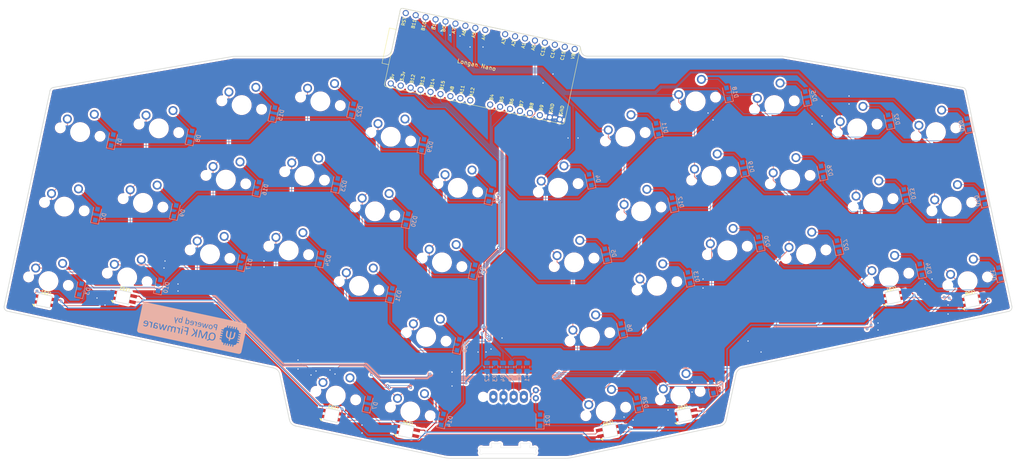
<source format=kicad_pcb>
(kicad_pcb (version 20171130) (host pcbnew 5.1.6-c6e7f7d~87~ubuntu18.04.1)
  (layers (0 F.Cu signal) (31 B.Cu signal) (34 B.Paste user) (35 F.Paste user) (36 B.SilkS user) (37 F.SilkS user) (38 B.Mask user) (39 F.Mask user) (44 Edge.Cuts user))
  (net 0 "")
  (net 1 "Net-(D1-Pad2)")
  (net 2 "Net-(D2-Pad2)")
  (net 3 "Net-(D3-Pad2)")
  (net 4 "Net-(D4-Pad2)")
  (net 5 "Net-(D5-Pad2)")
  (net 6 "Net-(D6-Pad2)")
  (net 7 "Net-(D7-Pad2)")
  (net 8 "Net-(D8-Pad2)")
  (net 9 "Net-(D9-Pad2)")
  (net 10 "Net-(D10-Pad2)")
  (net 11 "Net-(D11-Pad2)")
  (net 12 "Net-(D12-Pad2)")
  (net 13 "Net-(D13-Pad2)")
  (net 14 "Net-(D14-Pad2)")
  (net 15 "Net-(D15-Pad2)")
  (net 16 "Net-(D16-Pad2)")
  (net 17 "Net-(D17-Pad2)")
  (net 18 "Net-(D18-Pad2)")
  (net 19 "Net-(D19-Pad2)")
  (net 20 "Net-(D20-Pad2)")
  (net 21 "Net-(D21-Pad2)")
  (net 22 "Net-(D22-Pad2)")
  (net 23 "Net-(D23-Pad2)")
  (net 24 "Net-(D24-Pad2)")
  (net 25 "Net-(D25-Pad2)")
  (net 26 "Net-(D26-Pad2)")
  (net 27 "Net-(D27-Pad2)")
  (net 28 "Net-(D28-Pad2)")
  (net 29 "Net-(D29-Pad2)")
  (net 30 "Net-(D30-Pad2)")
  (net 31 "Net-(D31-Pad2)")
  (net 32 "Net-(D32-Pad2)")
  (net 33 "Net-(D33-Pad2)")
  (net 34 "Net-(D34-Pad2)")
  (net 35 "Net-(D35-Pad2)")
  (net 36 "Net-(D36-Pad2)")
  (net 37 "Net-(D37-Pad2)")
  (net 38 "Net-(D38-Pad2)")
  (net 39 "Net-(D39-Pad2)")
  (net 40 "Net-(D40-Pad2)")
  (net 41 "Net-(D41-Pad2)")
  (net 42 "Net-(U1-Pad34)")
  (net 43 "Net-(U1-Pad28)")
  (net 44 "Net-(U1-Pad26)")
  (net 45 "Net-(U1-Pad25)")
  (net 46 "Net-(U1-Pad24)")
  (net 47 "Net-(U1-Pad23)")
  (net 48 "Net-(U1-Pad21)")
  (net 49 "Net-(U1-Pad20)")
  (net 50 "Net-(U1-Pad19)")
  (net 51 "Net-(U1-Pad18)")
  (net 52 "Net-(U1-Pad15)")
  (net 53 "Net-(U1-Pad9)")
  (net 54 "Net-(U1-Pad8)")
  (net 55 "Net-(U1-Pad7)")
  (net 56 GND)
  (net 57 encA)
  (net 58 encB)
  (net 59 row0)
  (net 60 row1)
  (net 61 row2)
  (net 62 row3)
  (net 63 row4)
  (net 64 row5)
  (net 65 row6)
  (net 66 RGB)
  (net 67 "Net-(LED1-Pad2)")
  (net 68 "Net-(LED2-Pad2)")
  (net 69 "Net-(LED3-Pad2)")
  (net 70 "Net-(LED4-Pad2)")
  (net 71 "Net-(LED5-Pad2)")
  (net 72 "Net-(LED6-Pad2)")
  (net 73 "Net-(LED7-Pad2)")
  (net 74 "Net-(LED8-Pad2)")
  (net 75 col0)
  (net 76 col1)
  (net 77 col2)
  (net 78 col3)
  (net 79 col4)
  (net 80 col5)
  (net 81 rotA)
  (net 82 rotB)
  (net 83 +5V)
  (net 84 "Net-(U1-Pad2)")
  (module reversible-kicad-footprints:QMK_PoweredBy (layer B.Cu) (at 69.37782 128.53258 168)
    (fp_text reference G*** hide)
    (fp_text value LOGO hide)
  )
  (module johns_reversible_footprints:EVQWGD001 (layer F.Cu) (at 148.37782 151.57396)
    (fp_text reference SW1 hide)
    (fp_text value Rotary_Encoder_Switch)
    (fp_line (start 4.85 5.85) (end 3.75 5.85) (layer Edge.Cuts) (width 0.05))
    (fp_line (start -2.4 5.85) (end -3.5 5.85) (layer Edge.Cuts) (width 0.05))
    (fp_line (start -6.94997 7.450024) (end -6.95 7.85) (layer Edge.Cuts) (width 0.05))
    (fp_line (start 6.95 7.45) (end 6.95 7.85) (layer Edge.Cuts) (width 0.05))
    (fp_line (start 5.6 6.9) (end 6.4 6.9) (layer Edge.Cuts) (width 0.05))
    (fp_line (start -4.05 6.7) (end -4.05 6.4) (layer Edge.Cuts) (width 0.05))
    (fp_line (start -1.85 6.7) (end -1.85 6.4) (layer Edge.Cuts) (width 0.05))
    (fp_line (start -1.65 6.9) (end 3 6.9) (layer Edge.Cuts) (width 0.05))
    (fp_line (start 3.2 6.7) (end 3.2 6.4) (layer Edge.Cuts) (width 0.05))
    (fp_line (start 5.4 6.7) (end 5.4 6.4) (layer Edge.Cuts) (width 0.05))
    (fp_line (start -6.4 6.900001) (end -4.25 6.9) (layer Edge.Cuts) (width 0.05))
    (fp_line (start -6.4 8.4) (end 6.4 8.4) (layer Edge.Cuts) (width 0.05))
    (fp_arc (start -4.25 6.7) (end -4.25 6.9) (angle -90) (layer Edge.Cuts) (width 0.05))
    (fp_arc (start -1.65 6.7) (end -1.85 6.7) (angle -90) (layer Edge.Cuts) (width 0.05))
    (fp_arc (start 3 6.7) (end 3 6.9) (angle -90) (layer Edge.Cuts) (width 0.05))
    (fp_arc (start 5.6 6.7) (end 5.4 6.7) (angle -90) (layer Edge.Cuts) (width 0.05))
    (fp_arc (start -3.8 6.1) (end -3.5 5.85) (angle -190.3888578) (layer Edge.Cuts) (width 0.05))
    (fp_arc (start -2.1 6.1) (end -1.85 6.4) (angle -190.3888578) (layer Edge.Cuts) (width 0.05))
    (fp_arc (start 3.45 6.1) (end 3.75 5.85) (angle -190.3888578) (layer Edge.Cuts) (width 0.05))
    (fp_arc (start 5.15 6.1) (end 5.4 6.4) (angle -190.3888578) (layer Edge.Cuts) (width 0.05))
    (fp_arc (start 6.7 7.15) (end 6.95 7.45) (angle -190.3888578) (layer Edge.Cuts) (width 0.05))
    (fp_arc (start 6.7 8.15) (end 6.4 8.4) (angle -190.3888578) (layer Edge.Cuts) (width 0.05))
    (fp_arc (start -6.7 8.15) (end -6.95 7.85) (angle -190.3888578) (layer Edge.Cuts) (width 0.05))
    (fp_arc (start -6.7 7.15) (end -6.4 6.900001) (angle -190.3946062) (layer Edge.Cuts) (width 0.05))
    (pad "" np_thru_hole circle (at -6.21 -5.85) (size 1.6 1.6) (drill 1.6) (layers *.Cu))
    (pad NC thru_hole oval (at -3.67 -5.85) (size 2 3) (drill 1) (layers *.Cu B.Mask))
    (pad C thru_hole oval (at -1.13 -5.85) (size 2 3) (drill 1) (layers *.Cu B.Mask) (net 56 GND))
    (pad B thru_hole oval (at 1.41 -5.85) (size 2 3) (drill 1) (layers *.Cu B.Mask) (net 82 rotB))
    (pad A thru_hole oval (at 3.95 -5.85) (size 2 3) (drill 1) (layers *.Cu B.Mask) (net 81 rotA))
    (pad S2 thru_hole oval (at 6.95 -5.5) (size 1.524 1.524) (drill 0.762) (layers *.Cu B.Mask) (net 21 "Net-(D21-Pad2)"))
    (pad S1 thru_hole circle (at 6.95 -7.5) (size 1.524 1.524) (drill 0.762) (layers *.Cu B.Mask) (net 77 col2))
  )
  (module Resistor_SMD:R_0805_2012Metric_Pad1.15x1.40mm_HandSolder (layer B.Cu) (at 147.12782 138.28258 90)
    (fp_text reference R4 (at -2.75 0 90) (layer B.SilkS) (effects (justify mirror)))
    (fp_text value 9.1k)
    (pad 2 smd roundrect (at 1.025 0 90) (size 1.15 1.4) (layers B.Cu B.Paste B.Mask) (roundrect_rratio 0.217391) (net 58 encB))
    (pad 1 smd roundrect (at -1.025 0 90) (size 1.15 1.4) (layers B.Cu B.Paste B.Mask) (roundrect_rratio 0.217391) (net 82 rotB))
  )
  (module Resistor_SMD:R_0805_2012Metric_Pad1.15x1.40mm_HandSolder (layer B.Cu) (at 145.12782 138.28258 270)
    (fp_text reference R3 (at 2.75 0 90) (layer B.SilkS) (effects (justify mirror)))
    (fp_text value 9.1k)
    (pad 2 smd roundrect (at 1.025 0 270) (size 1.15 1.4) (layers B.Cu B.Paste B.Mask) (roundrect_rratio 0.217391) (net 82 rotB))
    (pad 1 smd roundrect (at -1.025 0 270) (size 1.15 1.4) (layers B.Cu B.Paste B.Mask) (roundrect_rratio 0.217391) (net 83 +5V))
  )
  (module Resistor_SMD:R_0805_2012Metric_Pad1.15x1.40mm_HandSolder (layer B.Cu) (at 149.12782 138.28258 90)
    (fp_text reference R2 (at -2.75 0 90) (layer B.SilkS) (effects (justify mirror)))
    (fp_text value 9.1k)
    (pad 2 smd roundrect (at 1.025 0 90) (size 1.15 1.4) (layers B.Cu B.Paste B.Mask) (roundrect_rratio 0.217391) (net 57 encA))
    (pad 1 smd roundrect (at -1.025 0 90) (size 1.15 1.4) (layers B.Cu B.Paste B.Mask) (roundrect_rratio 0.217391) (net 81 rotA))
  )
  (module Resistor_SMD:R_0805_2012Metric_Pad1.15x1.40mm_HandSolder (layer B.Cu) (at 151.12782 138.28258 270)
    (fp_text reference R1 (at 2.75 0 90) (layer B.SilkS) (effects (justify mirror)))
    (fp_text value 9.1k)
    (pad 2 smd roundrect (at 1.025 0 270) (size 1.15 1.4) (layers B.Cu B.Paste B.Mask) (roundrect_rratio 0.217391) (net 81 rotA))
    (pad 1 smd roundrect (at -1.025 0 270) (size 1.15 1.4) (layers B.Cu B.Paste B.Mask) (roundrect_rratio 0.217391) (net 83 +5V))
  )
  (module johns_reversible_footprints:SK6812-MINI-E (layer F.Cu) (at 264.302298 121.707748 192)
    (fp_text reference LED8 (at 0 2.1 192 unlocked) (layer F.SilkS) (effects (font (size 0.7 0.7))))
    (fp_text value SK6812Mini-E hide)
    (fp_line (start 1.7 -1.5) (end 1.7 1.5) (layer Edge.Cuts) (width 0.12))
    (fp_line (start 1.7 1.5) (end -1.7 1.5) (layer Edge.Cuts) (width 0.12))
    (fp_line (start -1.7 1.5) (end -1.7 -1.5) (layer Edge.Cuts) (width 0.12))
    (fp_line (start -1.7 -1.5) (end 1.7 -1.5) (layer Edge.Cuts) (width 0.12))
    (pad 3 smd roundrect (at 2.55 -0.75 192) (size 1.7 0.82) (layers F.Cu F.Paste F.Mask) (net 56 GND))
    (pad 4 smd rect (at 2.55 0.75 192) (size 1.7 0.82) (layers F.Cu F.Paste F.Mask) (net 73 "Net-(LED7-Pad2)"))
    (pad 2 smd rect (at -2.55 -0.75 192) (size 1.7 0.82) (layers F.Cu F.Paste F.Mask) (net 74 "Net-(LED8-Pad2)"))
    (pad 1 smd rect (at -2.55 0.75 192) (size 1.7 0.82) (layers F.Cu F.Paste F.Mask) (net 83 +5V))
  )
  (module johns_reversible_footprints:SK6812-MINI-E (layer F.Cu) (at 244.628298 120.777728 192)
    (fp_text reference LED7 (at 0 2.1 192 unlocked) (layer F.SilkS) (effects (font (size 0.7 0.7))))
    (fp_text value SK6812Mini-E hide)
    (fp_line (start 1.7 -1.5) (end 1.7 1.5) (layer Edge.Cuts) (width 0.12))
    (fp_line (start 1.7 1.5) (end -1.7 1.5) (layer Edge.Cuts) (width 0.12))
    (fp_line (start -1.7 1.5) (end -1.7 -1.5) (layer Edge.Cuts) (width 0.12))
    (fp_line (start -1.7 -1.5) (end 1.7 -1.5) (layer Edge.Cuts) (width 0.12))
    (pad 3 smd roundrect (at 2.55 -0.75 192) (size 1.7 0.82) (layers F.Cu F.Paste F.Mask) (net 56 GND))
    (pad 4 smd rect (at 2.55 0.75 192) (size 1.7 0.82) (layers F.Cu F.Paste F.Mask) (net 72 "Net-(LED6-Pad2)"))
    (pad 2 smd rect (at -2.55 -0.75 192) (size 1.7 0.82) (layers F.Cu F.Paste F.Mask) (net 73 "Net-(LED7-Pad2)"))
    (pad 1 smd rect (at -2.55 0.75 192) (size 1.7 0.82) (layers F.Cu F.Paste F.Mask) (net 83 +5V))
  )
  (module johns_reversible_footprints:SK6812-MINI-E (layer F.Cu) (at 192.480498 150.315398 192)
    (fp_text reference LED6 (at 0 2.1 192 unlocked) (layer F.SilkS) (effects (font (size 0.7 0.7))))
    (fp_text value SK6812Mini-E hide)
    (fp_line (start 1.7 -1.5) (end 1.7 1.5) (layer Edge.Cuts) (width 0.12))
    (fp_line (start 1.7 1.5) (end -1.7 1.5) (layer Edge.Cuts) (width 0.12))
    (fp_line (start -1.7 1.5) (end -1.7 -1.5) (layer Edge.Cuts) (width 0.12))
    (fp_line (start -1.7 -1.5) (end 1.7 -1.5) (layer Edge.Cuts) (width 0.12))
    (pad 3 smd roundrect (at 2.55 -0.75 192) (size 1.7 0.82) (layers F.Cu F.Paste F.Mask) (net 56 GND))
    (pad 4 smd rect (at 2.55 0.75 192) (size 1.7 0.82) (layers F.Cu F.Paste F.Mask) (net 71 "Net-(LED5-Pad2)"))
    (pad 2 smd rect (at -2.55 -0.75 192) (size 1.7 0.82) (layers F.Cu F.Paste F.Mask) (net 72 "Net-(LED6-Pad2)"))
    (pad 1 smd rect (at -2.55 0.75 192) (size 1.7 0.82) (layers F.Cu F.Paste F.Mask) (net 83 +5V))
  )
  (module johns_reversible_footprints:SK6812-MINI-E (layer F.Cu) (at 173.846698 154.276198 192)
    (fp_text reference LED5 (at 0 2.1 192 unlocked) (layer F.SilkS) (effects (font (size 0.7 0.7))))
    (fp_text value SK6812Mini-E hide)
    (fp_line (start 1.7 -1.5) (end 1.7 1.5) (layer Edge.Cuts) (width 0.12))
    (fp_line (start 1.7 1.5) (end -1.7 1.5) (layer Edge.Cuts) (width 0.12))
    (fp_line (start -1.7 1.5) (end -1.7 -1.5) (layer Edge.Cuts) (width 0.12))
    (fp_line (start -1.7 -1.5) (end 1.7 -1.5) (layer Edge.Cuts) (width 0.12))
    (pad 3 smd roundrect (at 2.55 -0.75 192) (size 1.7 0.82) (layers F.Cu F.Paste F.Mask) (net 56 GND))
    (pad 4 smd rect (at 2.55 0.75 192) (size 1.7 0.82) (layers F.Cu F.Paste F.Mask) (net 70 "Net-(LED4-Pad2)"))
    (pad 2 smd rect (at -2.55 -0.75 192) (size 1.7 0.82) (layers F.Cu F.Paste F.Mask) (net 71 "Net-(LED5-Pad2)"))
    (pad 1 smd rect (at -2.55 0.75 192) (size 1.7 0.82) (layers F.Cu F.Paste F.Mask) (net 83 +5V))
  )
  (module johns_reversible_footprints:SK6812-MINI-E (layer F.Cu) (at 122.908882 154.276198 168)
    (fp_text reference LED4 (at 0 2.1 168 unlocked) (layer F.SilkS) (effects (font (size 0.7 0.7))))
    (fp_text value SK6812Mini-E hide)
    (fp_line (start 1.7 -1.5) (end 1.7 1.5) (layer Edge.Cuts) (width 0.12))
    (fp_line (start 1.7 1.5) (end -1.7 1.5) (layer Edge.Cuts) (width 0.12))
    (fp_line (start -1.7 1.5) (end -1.7 -1.5) (layer Edge.Cuts) (width 0.12))
    (fp_line (start -1.7 -1.5) (end 1.7 -1.5) (layer Edge.Cuts) (width 0.12))
    (pad 3 smd roundrect (at 2.55 -0.75 168) (size 1.7 0.82) (layers F.Cu F.Paste F.Mask) (net 56 GND))
    (pad 4 smd rect (at 2.55 0.75 168) (size 1.7 0.82) (layers F.Cu F.Paste F.Mask) (net 69 "Net-(LED3-Pad2)"))
    (pad 2 smd rect (at -2.55 -0.75 168) (size 1.7 0.82) (layers F.Cu F.Paste F.Mask) (net 70 "Net-(LED4-Pad2)"))
    (pad 1 smd rect (at -2.55 0.75 168) (size 1.7 0.82) (layers F.Cu F.Paste F.Mask) (net 83 +5V))
  )
  (module johns_reversible_footprints:SK6812-MINI-E (layer F.Cu) (at 104.275182 150.315398 168)
    (fp_text reference LED3 (at 0 2.1 168 unlocked) (layer F.SilkS) (effects (font (size 0.7 0.7))))
    (fp_text value SK6812Mini-E hide)
    (fp_line (start 1.7 -1.5) (end 1.7 1.5) (layer Edge.Cuts) (width 0.12))
    (fp_line (start 1.7 1.5) (end -1.7 1.5) (layer Edge.Cuts) (width 0.12))
    (fp_line (start -1.7 1.5) (end -1.7 -1.5) (layer Edge.Cuts) (width 0.12))
    (fp_line (start -1.7 -1.5) (end 1.7 -1.5) (layer Edge.Cuts) (width 0.12))
    (pad 3 smd roundrect (at 2.55 -0.75 168) (size 1.7 0.82) (layers F.Cu F.Paste F.Mask) (net 56 GND))
    (pad 4 smd rect (at 2.55 0.75 168) (size 1.7 0.82) (layers F.Cu F.Paste F.Mask) (net 68 "Net-(LED2-Pad2)"))
    (pad 2 smd rect (at -2.55 -0.75 168) (size 1.7 0.82) (layers F.Cu F.Paste F.Mask) (net 69 "Net-(LED3-Pad2)"))
    (pad 1 smd rect (at -2.55 0.75 168) (size 1.7 0.82) (layers F.Cu F.Paste F.Mask) (net 83 +5V))
  )
  (module johns_reversible_footprints:SK6812-MINI-E (layer F.Cu) (at 52.126882 120.777728 168)
    (fp_text reference LED2 (at 0 2.1 168 unlocked) (layer F.SilkS) (effects (font (size 0.7 0.7))))
    (fp_text value SK6812Mini-E hide)
    (fp_line (start 1.7 -1.5) (end 1.7 1.5) (layer Edge.Cuts) (width 0.12))
    (fp_line (start 1.7 1.5) (end -1.7 1.5) (layer Edge.Cuts) (width 0.12))
    (fp_line (start -1.7 1.5) (end -1.7 -1.5) (layer Edge.Cuts) (width 0.12))
    (fp_line (start -1.7 -1.5) (end 1.7 -1.5) (layer Edge.Cuts) (width 0.12))
    (pad 3 smd roundrect (at 2.55 -0.75 168) (size 1.7 0.82) (layers F.Cu F.Paste F.Mask) (net 56 GND))
    (pad 4 smd rect (at 2.55 0.75 168) (size 1.7 0.82) (layers F.Cu F.Paste F.Mask) (net 67 "Net-(LED1-Pad2)"))
    (pad 2 smd rect (at -2.55 -0.75 168) (size 1.7 0.82) (layers F.Cu F.Paste F.Mask) (net 68 "Net-(LED2-Pad2)"))
    (pad 1 smd rect (at -2.55 0.75 168) (size 1.7 0.82) (layers F.Cu F.Paste F.Mask) (net 83 +5V))
  )
  (module johns_reversible_footprints:SK6812-MINI-E (layer F.Cu) (at 32.453182 121.707748 168)
    (fp_text reference LED1 (at 0 2.1 168 unlocked) (layer F.SilkS) (effects (font (size 0.7 0.7))))
    (fp_text value SK6812Mini-E hide)
    (fp_line (start 1.7 -1.5) (end 1.7 1.5) (layer Edge.Cuts) (width 0.12))
    (fp_line (start 1.7 1.5) (end -1.7 1.5) (layer Edge.Cuts) (width 0.12))
    (fp_line (start -1.7 1.5) (end -1.7 -1.5) (layer Edge.Cuts) (width 0.12))
    (fp_line (start -1.7 -1.5) (end 1.7 -1.5) (layer Edge.Cuts) (width 0.12))
    (pad 3 smd roundrect (at 2.55 -0.75 168) (size 1.7 0.82) (layers F.Cu F.Paste F.Mask) (net 56 GND))
    (pad 4 smd rect (at 2.55 0.75 168) (size 1.7 0.82) (layers F.Cu F.Paste F.Mask) (net 66 RGB))
    (pad 2 smd rect (at -2.55 -0.75 168) (size 1.7 0.82) (layers F.Cu F.Paste F.Mask) (net 67 "Net-(LED1-Pad2)"))
    (pad 1 smd rect (at -2.55 0.75 168) (size 1.7 0.82) (layers F.Cu F.Paste F.Mask) (net 83 +5V))
  )
  (module Capacitor_SMD:C_0805_2012Metric_Pad1.15x1.40mm_HandSolder (layer B.Cu) (at 143.12782 138.28258 270)
    (fp_text reference C2 (at 2.75 0 90) (layer B.SilkS) (effects (justify mirror)))
    (fp_text value 100n)
    (pad 2 smd roundrect (at 1.025 0 270) (size 1.15 1.4) (layers B.Cu B.Paste B.Mask) (roundrect_rratio 0.217391) (net 56 GND))
    (pad 1 smd roundrect (at -1.025 0 270) (size 1.15 1.4) (layers B.Cu B.Paste B.Mask) (roundrect_rratio 0.217391) (net 58 encB))
  )
  (module Capacitor_SMD:C_0805_2012Metric_Pad1.15x1.40mm_HandSolder (layer B.Cu) (at 153.12782 138.28258 270)
    (fp_text reference C1 (at 2.75 0 90) (layer B.SilkS) (effects (justify mirror)))
    (fp_text value 100n)
    (pad 2 smd roundrect (at 1.025 0 270) (size 1.15 1.4) (layers B.Cu B.Paste B.Mask) (roundrect_rratio 0.217391) (net 56 GND))
    (pad 1 smd roundrect (at -1.025 0 270) (size 1.15 1.4) (layers B.Cu B.Paste B.Mask) (roundrect_rratio 0.217391) (net 57 encA))
  )
  (module johns_reversible_footprints:Longan_Nano (layer F.Cu) (at 141.968055 63.07076 78)
    (fp_text reference U1 hide)
    (fp_text value Longan_Nano hide)
    (fp_text user "Longan Nano" (at 0 -1.5 -12) (layer F.SilkS))
    (fp_text user VB (at 8 21.68 78) (layer F.SilkS) (effects (font (size 0.8 0.8)) (justify right)))
    (fp_text user C15 (at 8 19.14 78) (layer F.SilkS) (effects (font (size 0.8 0.8)) (justify right)))
    (fp_text user C14 (at 8 16.6 78) (layer F.SilkS) (effects (font (size 0.8 0.8)) (justify right)))
    (fp_text user C13 (at 8 14.06 78) (layer F.SilkS) (effects (font (size 0.8 0.8)) (justify right)))
    (fp_text user A0 (at 8 11.52 78) (layer F.SilkS) (effects (font (size 0.8 0.8)) (justify right)))
    (fp_text user A1 (at 8 8.98 78) (layer F.SilkS) (effects (font (size 0.8 0.8)) (justify right)))
    (fp_text user A2 (at 8 6.44 78) (layer F.SilkS) (effects (font (size 0.8 0.8)) (justify right)))
    (fp_text user A3 (at 8 3.9 78) (layer F.SilkS) (effects (font (size 0.8 0.8)) (justify right)))
    (fp_text user A4 (at 8 -1.18 78) (layer F.SilkS) (effects (font (size 0.8 0.8)) (justify right)))
    (fp_text user A5 (at 8 -3.72 78) (layer F.SilkS) (effects (font (size 0.8 0.8)) (justify right)))
    (fp_text user A6 (at 8 -6.26 78) (layer F.SilkS) (effects (font (size 0.8 0.8)) (justify right)))
    (fp_text user A7 (at 8 -8.8 78) (layer F.SilkS) (effects (font (size 0.8 0.8)) (justify right)))
    (fp_text user B0 (at 8 -11.34 78) (layer F.SilkS) (effects (font (size 0.8 0.8)) (justify right)))
    (fp_text user B1 (at 8 -13.88 78) (layer F.SilkS) (effects (font (size 0.8 0.8)) (justify right)))
    (fp_text user B10 (at 8 -16.42 78) (layer F.SilkS) (effects (font (size 0.8 0.8)) (justify right)))
    (fp_text user B11 (at 8 -18.96 78) (layer F.SilkS) (effects (font (size 0.8 0.8)) (justify right)))
    (fp_text user RST (at 8 -21.5 78) (layer F.SilkS) (effects (font (size 0.8 0.8)) (justify right)))
    (fp_text user GND (at -8 21.68 78) (layer F.SilkS) (effects (font (size 0.8 0.8)) (justify left)))
    (fp_text user GND (at -8 19.14 78) (layer F.SilkS) (effects (font (size 0.8 0.8)) (justify left)))
    (fp_text user B9 (at -8 16.6 78) (layer F.SilkS) (effects (font (size 0.8 0.8)) (justify left)))
    (fp_text user B8 (at -8 14.06 78) (layer F.SilkS) (effects (font (size 0.8 0.8)) (justify left)))
    (fp_text user B7 (at -8 11.52 78) (layer F.SilkS) (effects (font (size 0.8 0.8)) (justify left)))
    (fp_text user B6 (at -8 8.98 78) (layer F.SilkS) (effects (font (size 0.8 0.8)) (justify left)))
    (fp_text user B5 (at -8 6.44 78) (layer F.SilkS) (effects (font (size 0.8 0.8)) (justify left)))
    (fp_text user B4 (at -8 3.9 78) (layer F.SilkS) (effects (font (size 0.8 0.8)) (justify left)))
    (fp_text user A12 (at -8 -1.18 78) (layer F.SilkS) (effects (font (size 0.8 0.8)) (justify left)))
    (fp_text user A11 (at -8 -3.72 78) (layer F.SilkS) (effects (font (size 0.8 0.8)) (justify left)))
    (fp_text user A8 (at -8 -6.26 78) (layer F.SilkS) (effects (font (size 0.8 0.8)) (justify left)))
    (fp_text user B15 (at -8 -8.8 78) (layer F.SilkS) (effects (font (size 0.8 0.8)) (justify left)))
    (fp_text user B14 (at -8 -11.34 78) (layer F.SilkS) (effects (font (size 0.8 0.8)) (justify left)))
    (fp_text user B13 (at -8 -13.88 78) (layer F.SilkS) (effects (font (size 0.8 0.8)) (justify left)))
    (fp_text user B12 (at -8 -16.42 78) (layer F.SilkS) (effects (font (size 0.8 0.8)) (justify left)))
    (fp_text user 3.3v (at -8 -18.96 78) (layer F.SilkS) (effects (font (size 0.8 0.8)) (justify left)))
    (fp_text user 5v (at -8 -21.5 78) (layer F.SilkS) (effects (font (size 0.8 0.8)) (justify left)))
    (pad 34 thru_hole circle (at 9 -21.5 78) (size 1.524 1.524) (drill 1) (layers *.Cu *.Mask) (net 42 "Net-(U1-Pad34)"))
    (pad 33 thru_hole circle (at 9 -18.96 78) (size 1.524 1.524) (drill 1) (layers *.Cu *.Mask) (net 75 col0))
    (pad 32 thru_hole circle (at 9 -16.42 78) (size 1.524 1.524) (drill 1) (layers *.Cu *.Mask) (net 76 col1))
    (pad 31 thru_hole circle (at 9 -13.88 78) (size 1.524 1.524) (drill 1) (layers *.Cu *.Mask) (net 77 col2))
    (pad 30 thru_hole circle (at 9 -11.34 78) (size 1.524 1.524) (drill 1) (layers *.Cu *.Mask) (net 78 col3))
    (pad 29 thru_hole circle (at 9 -8.8 78) (size 1.524 1.524) (drill 1) (layers *.Cu *.Mask) (net 79 col4))
    (pad 28 thru_hole circle (at 9 -6.26 78) (size 1.524 1.524) (drill 1) (layers *.Cu *.Mask) (net 43 "Net-(U1-Pad28)"))
    (pad 27 thru_hole circle (at 9 -3.72 78) (size 1.524 1.524) (drill 1) (layers *.Cu *.Mask) (net 80 col5))
    (pad 26 thru_hole circle (at 9 -1.18 78) (size 1.524 1.524) (drill 1) (layers *.Cu *.Mask) (net 44 "Net-(U1-Pad26)"))
    (pad 25 thru_hole circle (at 9 3.9 78) (size 1.524 1.524) (drill 1) (layers *.Cu *.Mask) (net 45 "Net-(U1-Pad25)"))
    (pad 24 thru_hole circle (at 9 6.44 78) (size 1.524 1.524) (drill 1) (layers *.Cu *.Mask) (net 46 "Net-(U1-Pad24)"))
    (pad 23 thru_hole circle (at 9 8.98 78) (size 1.524 1.524) (drill 1) (layers *.Cu *.Mask) (net 47 "Net-(U1-Pad23)"))
    (pad 22 thru_hole circle (at 9 11.52 78) (size 1.524 1.524) (drill 1) (layers *.Cu *.Mask) (net 66 RGB))
    (pad 21 thru_hole circle (at 9 14.06 78) (size 1.524 1.524) (drill 1) (layers *.Cu *.Mask) (net 48 "Net-(U1-Pad21)"))
    (pad 20 thru_hole circle (at 9 16.6 78) (size 1.524 1.524) (drill 1) (layers *.Cu *.Mask) (net 49 "Net-(U1-Pad20)"))
    (pad 19 thru_hole circle (at 9 19.14 78) (size 1.524 1.524) (drill 1) (layers *.Cu *.Mask) (net 50 "Net-(U1-Pad19)"))
    (pad 18 thru_hole circle (at 9 21.68 78) (size 1.524 1.524) (drill 1) (layers *.Cu *.Mask) (net 51 "Net-(U1-Pad18)"))
    (pad 17 thru_hole circle (at -9 21.68 78) (size 1.524 1.524) (drill 1) (layers *.Cu *.Mask) (net 56 GND))
    (pad 16 thru_hole circle (at -9 19.14 78) (size 1.524 1.524) (drill 1) (layers *.Cu *.Mask) (net 56 GND))
    (pad 15 thru_hole circle (at -9 16.6 78) (size 1.524 1.524) (drill 1) (layers *.Cu *.Mask) (net 52 "Net-(U1-Pad15)"))
    (pad 14 thru_hole circle (at -9 14.06 78) (size 1.524 1.524) (drill 1) (layers *.Cu *.Mask) (net 57 encA))
    (pad 13 thru_hole circle (at -9 11.52 78) (size 1.524 1.524) (drill 1) (layers *.Cu *.Mask) (net 58 encB))
    (pad 12 thru_hole circle (at -9 8.98 78) (size 1.524 1.524) (drill 1) (layers *.Cu *.Mask) (net 62 row3))
    (pad 11 thru_hole circle (at -9 6.44 78) (size 1.524 1.524) (drill 1) (layers *.Cu *.Mask) (net 63 row4))
    (pad 10 thru_hole circle (at -9 3.9 78) (size 1.524 1.524) (drill 1) (layers *.Cu *.Mask) (net 64 row5))
    (pad 9 thru_hole circle (at -9 -1.18 78) (size 1.524 1.524) (drill 1) (layers *.Cu *.Mask) (net 53 "Net-(U1-Pad9)"))
    (pad 8 thru_hole circle (at -9 -3.72 78) (size 1.524 1.524) (drill 1) (layers *.Cu *.Mask) (net 54 "Net-(U1-Pad8)"))
    (pad 7 thru_hole circle (at -9 -6.26 78) (size 1.524 1.524) (drill 1) (layers *.Cu *.Mask) (net 55 "Net-(U1-Pad7)"))
    (pad 6 thru_hole circle (at -9 -8.8 78) (size 1.524 1.524) (drill 1) (layers *.Cu *.Mask) (net 65 row6))
    (pad 5 thru_hole circle (at -9 -11.34 78) (size 1.524 1.524) (drill 1) (layers *.Cu *.Mask) (net 61 row2))
    (pad 4 thru_hole circle (at -9 -13.88 78) (size 1.524 1.524) (drill 1) (layers *.Cu *.Mask) (net 60 row1))
    (pad 3 thru_hole circle (at -9 -16.42 78) (size 1.524 1.524) (drill 1) (layers *.Cu *.Mask) (net 59 row0))
    (pad 2 thru_hole circle (at -9 -18.96 78) (size 1.524 1.524) (drill 1) (layers *.Cu *.Mask) (net 84 "Net-(U1-Pad2)"))
    (pad 1 thru_hole circle (at -9 -21.5 78) (size 1.524 1.524) (drill 1) (layers *.Cu *.Mask) (net 83 +5V))
  )
  (module MX_Only:MXOnly-1U-NoLED (layer F.Cu) (at 263.26274 116.81701 12)
    (fp_text reference MX41)
    (fp_text value MX-NoLED)
    (pad 2 thru_hole circle (at 2.54 -5.08 12) (size 2.25 2.25) (drill 1.47) (layers *.Cu B.Mask) (net 41 "Net-(D41-Pad2)"))
    (pad "" np_thru_hole circle (at 0 0 12) (size 3.9878 3.9878) (drill 3.9878) (layers *.Cu *.Mask))
    (pad 1 thru_hole circle (at -3.81 -2.54 12) (size 2.25 2.25) (drill 1.47) (layers *.Cu B.Mask) (net 80 col5))
    (pad "" np_thru_hole circle (at -5.08 0 60.0996) (size 1.75 1.75) (drill 1.75) (layers *.Cu *.Mask))
    (pad "" np_thru_hole circle (at 5.08 0 60.0996) (size 1.75 1.75) (drill 1.75) (layers *.Cu *.Mask))
  )
  (module MX_Only:MXOnly-1U-NoLED (layer F.Cu) (at 259.30174 98.18326 12)
    (fp_text reference MX40)
    (fp_text value MX-NoLED)
    (pad 2 thru_hole circle (at 2.54 -5.08 12) (size 2.25 2.25) (drill 1.47) (layers *.Cu B.Mask) (net 40 "Net-(D40-Pad2)"))
    (pad "" np_thru_hole circle (at 0 0 12) (size 3.9878 3.9878) (drill 3.9878) (layers *.Cu *.Mask))
    (pad 1 thru_hole circle (at -3.81 -2.54 12) (size 2.25 2.25) (drill 1.47) (layers *.Cu B.Mask) (net 80 col5))
    (pad "" np_thru_hole circle (at -5.08 0 60.0996) (size 1.75 1.75) (drill 1.75) (layers *.Cu *.Mask))
    (pad "" np_thru_hole circle (at 5.08 0 60.0996) (size 1.75 1.75) (drill 1.75) (layers *.Cu *.Mask))
  )
  (module MX_Only:MXOnly-1U-NoLED (layer F.Cu) (at 255.34074 79.54956 12)
    (fp_text reference MX39)
    (fp_text value MX-NoLED)
    (pad 2 thru_hole circle (at 2.54 -5.08 12) (size 2.25 2.25) (drill 1.47) (layers *.Cu B.Mask) (net 39 "Net-(D39-Pad2)"))
    (pad "" np_thru_hole circle (at 0 0 12) (size 3.9878 3.9878) (drill 3.9878) (layers *.Cu *.Mask))
    (pad 1 thru_hole circle (at -3.81 -2.54 12) (size 2.25 2.25) (drill 1.47) (layers *.Cu B.Mask) (net 80 col5))
    (pad "" np_thru_hole circle (at -5.08 0 60.0996) (size 1.75 1.75) (drill 1.75) (layers *.Cu *.Mask))
    (pad "" np_thru_hole circle (at 5.08 0 60.0996) (size 1.75 1.75) (drill 1.75) (layers *.Cu *.Mask))
  )
  (module MX_Only:MXOnly-1U-NoLED (layer F.Cu) (at 127.90914 130.75176 348)
    (fp_text reference MX38)
    (fp_text value MX-NoLED)
    (pad 2 thru_hole circle (at 2.54 -5.08 348) (size 2.25 2.25) (drill 1.47) (layers *.Cu B.Mask) (net 38 "Net-(D38-Pad2)"))
    (pad "" np_thru_hole circle (at 0 0 348) (size 3.9878 3.9878) (drill 3.9878) (layers *.Cu *.Mask))
    (pad 1 thru_hole circle (at -3.81 -2.54 348) (size 2.25 2.25) (drill 1.47) (layers *.Cu B.Mask) (net 80 col5))
    (pad "" np_thru_hole circle (at -5.08 0 36.0996) (size 1.75 1.75) (drill 1.75) (layers *.Cu *.Mask))
    (pad "" np_thru_hole circle (at 5.08 0 36.0996) (size 1.75 1.75) (drill 1.75) (layers *.Cu *.Mask))
  )
  (module MX_Only:MXOnly-1U-NoLED (layer F.Cu) (at 131.86988 112.118 348)
    (fp_text reference MX37)
    (fp_text value MX-NoLED)
    (pad 2 thru_hole circle (at 2.54 -5.08 348) (size 2.25 2.25) (drill 1.47) (layers *.Cu B.Mask) (net 37 "Net-(D37-Pad2)"))
    (pad "" np_thru_hole circle (at 0 0 348) (size 3.9878 3.9878) (drill 3.9878) (layers *.Cu *.Mask))
    (pad 1 thru_hole circle (at -3.81 -2.54 348) (size 2.25 2.25) (drill 1.47) (layers *.Cu B.Mask) (net 80 col5))
    (pad "" np_thru_hole circle (at -5.08 0 36.0996) (size 1.75 1.75) (drill 1.75) (layers *.Cu *.Mask))
    (pad "" np_thru_hole circle (at 5.08 0 36.0996) (size 1.75 1.75) (drill 1.75) (layers *.Cu *.Mask))
  )
  (module MX_Only:MXOnly-1U-NoLED (layer F.Cu) (at 135.8306 93.48426 348)
    (fp_text reference MX36)
    (fp_text value MX-NoLED)
    (pad 2 thru_hole circle (at 2.54 -5.08 348) (size 2.25 2.25) (drill 1.47) (layers *.Cu B.Mask) (net 36 "Net-(D36-Pad2)"))
    (pad "" np_thru_hole circle (at 0 0 348) (size 3.9878 3.9878) (drill 3.9878) (layers *.Cu *.Mask))
    (pad 1 thru_hole circle (at -3.81 -2.54 348) (size 2.25 2.25) (drill 1.47) (layers *.Cu B.Mask) (net 80 col5))
    (pad "" np_thru_hole circle (at -5.08 0 36.0996) (size 1.75 1.75) (drill 1.75) (layers *.Cu *.Mask))
    (pad "" np_thru_hole circle (at 5.08 0 36.0996) (size 1.75 1.75) (drill 1.75) (layers *.Cu *.Mask))
  )
  (module MX_Only:MXOnly-1U-NoLED (layer F.Cu) (at 191.44094 145.42466 12)
    (fp_text reference MX35)
    (fp_text value MX-NoLED)
    (pad 2 thru_hole circle (at 2.54 -5.08 12) (size 2.25 2.25) (drill 1.47) (layers *.Cu B.Mask) (net 35 "Net-(D35-Pad2)"))
    (pad "" np_thru_hole circle (at 0 0 12) (size 3.9878 3.9878) (drill 3.9878) (layers *.Cu *.Mask))
    (pad 1 thru_hole circle (at -3.81 -2.54 12) (size 2.25 2.25) (drill 1.47) (layers *.Cu B.Mask) (net 79 col4))
    (pad "" np_thru_hole circle (at -5.08 0 60.0996) (size 1.75 1.75) (drill 1.75) (layers *.Cu *.Mask))
    (pad "" np_thru_hole circle (at 5.08 0 60.0996) (size 1.75 1.75) (drill 1.75) (layers *.Cu *.Mask))
  )
  (module MX_Only:MXOnly-1U-NoLED (layer F.Cu) (at 243.58874 115.88699 12)
    (fp_text reference MX34)
    (fp_text value MX-NoLED)
    (pad 2 thru_hole circle (at 2.54 -5.08 12) (size 2.25 2.25) (drill 1.47) (layers *.Cu B.Mask) (net 34 "Net-(D34-Pad2)"))
    (pad "" np_thru_hole circle (at 0 0 12) (size 3.9878 3.9878) (drill 3.9878) (layers *.Cu *.Mask))
    (pad 1 thru_hole circle (at -3.81 -2.54 12) (size 2.25 2.25) (drill 1.47) (layers *.Cu B.Mask) (net 79 col4))
    (pad "" np_thru_hole circle (at -5.08 0 60.0996) (size 1.75 1.75) (drill 1.75) (layers *.Cu *.Mask))
    (pad "" np_thru_hole circle (at 5.08 0 60.0996) (size 1.75 1.75) (drill 1.75) (layers *.Cu *.Mask))
  )
  (module MX_Only:MXOnly-1U-NoLED (layer F.Cu) (at 239.62854 97.25326 12)
    (fp_text reference MX33)
    (fp_text value MX-NoLED)
    (pad 2 thru_hole circle (at 2.54 -5.08 12) (size 2.25 2.25) (drill 1.47) (layers *.Cu B.Mask) (net 33 "Net-(D33-Pad2)"))
    (pad "" np_thru_hole circle (at 0 0 12) (size 3.9878 3.9878) (drill 3.9878) (layers *.Cu *.Mask))
    (pad 1 thru_hole circle (at -3.81 -2.54 12) (size 2.25 2.25) (drill 1.47) (layers *.Cu B.Mask) (net 79 col4))
    (pad "" np_thru_hole circle (at -5.08 0 60.0996) (size 1.75 1.75) (drill 1.75) (layers *.Cu *.Mask))
    (pad "" np_thru_hole circle (at 5.08 0 60.0996) (size 1.75 1.75) (drill 1.75) (layers *.Cu *.Mask))
  )
  (module MX_Only:MXOnly-1U-NoLED (layer F.Cu) (at 235.66784 78.61956 12)
    (fp_text reference MX32)
    (fp_text value MX-NoLED)
    (pad 2 thru_hole circle (at 2.54 -5.08 12) (size 2.25 2.25) (drill 1.47) (layers *.Cu B.Mask) (net 32 "Net-(D32-Pad2)"))
    (pad "" np_thru_hole circle (at 0 0 12) (size 3.9878 3.9878) (drill 3.9878) (layers *.Cu *.Mask))
    (pad 1 thru_hole circle (at -3.81 -2.54 12) (size 2.25 2.25) (drill 1.47) (layers *.Cu B.Mask) (net 79 col4))
    (pad "" np_thru_hole circle (at -5.08 0 60.0996) (size 1.75 1.75) (drill 1.75) (layers *.Cu *.Mask))
    (pad "" np_thru_hole circle (at 5.08 0 60.0996) (size 1.75 1.75) (drill 1.75) (layers *.Cu *.Mask))
  )
  (module MX_Only:MXOnly-1U-NoLED (layer F.Cu) (at 111.14664 117.98767 348)
    (fp_text reference MX31)
    (fp_text value MX-NoLED)
    (pad 2 thru_hole circle (at 2.54 -5.08 348) (size 2.25 2.25) (drill 1.47) (layers *.Cu B.Mask) (net 31 "Net-(D31-Pad2)"))
    (pad "" np_thru_hole circle (at 0 0 348) (size 3.9878 3.9878) (drill 3.9878) (layers *.Cu *.Mask))
    (pad 1 thru_hole circle (at -3.81 -2.54 348) (size 2.25 2.25) (drill 1.47) (layers *.Cu B.Mask) (net 79 col4))
    (pad "" np_thru_hole circle (at -5.08 0 36.0996) (size 1.75 1.75) (drill 1.75) (layers *.Cu *.Mask))
    (pad "" np_thru_hole circle (at 5.08 0 36.0996) (size 1.75 1.75) (drill 1.75) (layers *.Cu *.Mask))
  )
  (module MX_Only:MXOnly-1U-NoLED (layer F.Cu) (at 115.10734 99.35396 348)
    (fp_text reference MX30)
    (fp_text value MX-NoLED)
    (pad 2 thru_hole circle (at 2.54 -5.08 348) (size 2.25 2.25) (drill 1.47) (layers *.Cu B.Mask) (net 30 "Net-(D30-Pad2)"))
    (pad "" np_thru_hole circle (at 0 0 348) (size 3.9878 3.9878) (drill 3.9878) (layers *.Cu *.Mask))
    (pad 1 thru_hole circle (at -3.81 -2.54 348) (size 2.25 2.25) (drill 1.47) (layers *.Cu B.Mask) (net 79 col4))
    (pad "" np_thru_hole circle (at -5.08 0 36.0996) (size 1.75 1.75) (drill 1.75) (layers *.Cu *.Mask))
    (pad "" np_thru_hole circle (at 5.08 0 36.0996) (size 1.75 1.75) (drill 1.75) (layers *.Cu *.Mask))
  )
  (module MX_Only:MXOnly-1U-NoLED (layer F.Cu) (at 119.06814 80.72026 348)
    (fp_text reference MX29)
    (fp_text value MX-NoLED)
    (pad 2 thru_hole circle (at 2.54 -5.08 348) (size 2.25 2.25) (drill 1.47) (layers *.Cu B.Mask) (net 29 "Net-(D29-Pad2)"))
    (pad "" np_thru_hole circle (at 0 0 348) (size 3.9878 3.9878) (drill 3.9878) (layers *.Cu *.Mask))
    (pad 1 thru_hole circle (at -3.81 -2.54 348) (size 2.25 2.25) (drill 1.47) (layers *.Cu B.Mask) (net 79 col4))
    (pad "" np_thru_hole circle (at -5.08 0 36.0996) (size 1.75 1.75) (drill 1.75) (layers *.Cu *.Mask))
    (pad "" np_thru_hole circle (at 5.08 0 36.0996) (size 1.75 1.75) (drill 1.75) (layers *.Cu *.Mask))
  )
  (module MX_Only:MXOnly-1U-NoLED (layer F.Cu) (at 172.80714 149.38546 12)
    (fp_text reference MX28)
    (fp_text value MX-NoLED)
    (pad 2 thru_hole circle (at 2.54 -5.08 12) (size 2.25 2.25) (drill 1.47) (layers *.Cu B.Mask) (net 28 "Net-(D28-Pad2)"))
    (pad "" np_thru_hole circle (at 0 0 12) (size 3.9878 3.9878) (drill 3.9878) (layers *.Cu *.Mask))
    (pad 1 thru_hole circle (at -3.81 -2.54 12) (size 2.25 2.25) (drill 1.47) (layers *.Cu B.Mask) (net 78 col3))
    (pad "" np_thru_hole circle (at -5.08 0 60.0996) (size 1.75 1.75) (drill 1.75) (layers *.Cu *.Mask))
    (pad "" np_thru_hole circle (at 5.08 0 60.0996) (size 1.75 1.75) (drill 1.75) (layers *.Cu *.Mask))
  )
  (module MX_Only:MXOnly-1U-NoLED (layer F.Cu) (at 222.87644 110.06623 12)
    (fp_text reference MX27)
    (fp_text value MX-NoLED)
    (pad 2 thru_hole circle (at 2.54 -5.08 12) (size 2.25 2.25) (drill 1.47) (layers *.Cu B.Mask) (net 27 "Net-(D27-Pad2)"))
    (pad "" np_thru_hole circle (at 0 0 12) (size 3.9878 3.9878) (drill 3.9878) (layers *.Cu *.Mask))
    (pad 1 thru_hole circle (at -3.81 -2.54 12) (size 2.25 2.25) (drill 1.47) (layers *.Cu B.Mask) (net 78 col3))
    (pad "" np_thru_hole circle (at -5.08 0 60.0996) (size 1.75 1.75) (drill 1.75) (layers *.Cu *.Mask))
    (pad "" np_thru_hole circle (at 5.08 0 60.0996) (size 1.75 1.75) (drill 1.75) (layers *.Cu *.Mask))
  )
  (module MX_Only:MXOnly-1U-NoLED (layer F.Cu) (at 218.91564 91.43256 12)
    (fp_text reference MX26)
    (fp_text value MX-NoLED)
    (pad 2 thru_hole circle (at 2.54 -5.08 12) (size 2.25 2.25) (drill 1.47) (layers *.Cu B.Mask) (net 26 "Net-(D26-Pad2)"))
    (pad "" np_thru_hole circle (at 0 0 12) (size 3.9878 3.9878) (drill 3.9878) (layers *.Cu *.Mask))
    (pad 1 thru_hole circle (at -3.81 -2.54 12) (size 2.25 2.25) (drill 1.47) (layers *.Cu B.Mask) (net 78 col3))
    (pad "" np_thru_hole circle (at -5.08 0 60.0996) (size 1.75 1.75) (drill 1.75) (layers *.Cu *.Mask))
    (pad "" np_thru_hole circle (at 5.08 0 60.0996) (size 1.75 1.75) (drill 1.75) (layers *.Cu *.Mask))
  )
  (module MX_Only:MXOnly-1U-NoLED (layer F.Cu) (at 214.95494 72.79876 12)
    (fp_text reference MX25)
    (fp_text value MX-NoLED)
    (pad 2 thru_hole circle (at 2.54 -5.08 12) (size 2.25 2.25) (drill 1.47) (layers *.Cu B.Mask) (net 25 "Net-(D25-Pad2)"))
    (pad "" np_thru_hole circle (at 0 0 12) (size 3.9878 3.9878) (drill 3.9878) (layers *.Cu *.Mask))
    (pad 1 thru_hole circle (at -3.81 -2.54 12) (size 2.25 2.25) (drill 1.47) (layers *.Cu B.Mask) (net 78 col3))
    (pad "" np_thru_hole circle (at -5.08 0 60.0996) (size 1.75 1.75) (drill 1.75) (layers *.Cu *.Mask))
    (pad "" np_thru_hole circle (at 5.08 0 60.0996) (size 1.75 1.75) (drill 1.75) (layers *.Cu *.Mask))
  )
  (module MX_Only:MXOnly-1U-NoLED (layer F.Cu) (at 93.55254 109.13621 348)
    (fp_text reference MX24)
    (fp_text value MX-NoLED)
    (pad 2 thru_hole circle (at 2.54 -5.08 348) (size 2.25 2.25) (drill 1.47) (layers *.Cu B.Mask) (net 24 "Net-(D24-Pad2)"))
    (pad "" np_thru_hole circle (at 0 0 348) (size 3.9878 3.9878) (drill 3.9878) (layers *.Cu *.Mask))
    (pad 1 thru_hole circle (at -3.81 -2.54 348) (size 2.25 2.25) (drill 1.47) (layers *.Cu B.Mask) (net 78 col3))
    (pad "" np_thru_hole circle (at -5.08 0 36.0996) (size 1.75 1.75) (drill 1.75) (layers *.Cu *.Mask))
    (pad "" np_thru_hole circle (at 5.08 0 36.0996) (size 1.75 1.75) (drill 1.75) (layers *.Cu *.Mask))
  )
  (module MX_Only:MXOnly-1U-NoLED (layer F.Cu) (at 97.51324 90.50246 348)
    (fp_text reference MX23)
    (fp_text value MX-NoLED)
    (pad 2 thru_hole circle (at 2.54 -5.08 348) (size 2.25 2.25) (drill 1.47) (layers *.Cu B.Mask) (net 23 "Net-(D23-Pad2)"))
    (pad "" np_thru_hole circle (at 0 0 348) (size 3.9878 3.9878) (drill 3.9878) (layers *.Cu *.Mask))
    (pad 1 thru_hole circle (at -3.81 -2.54 348) (size 2.25 2.25) (drill 1.47) (layers *.Cu B.Mask) (net 78 col3))
    (pad "" np_thru_hole circle (at -5.08 0 36.0996) (size 1.75 1.75) (drill 1.75) (layers *.Cu *.Mask))
    (pad "" np_thru_hole circle (at 5.08 0 36.0996) (size 1.75 1.75) (drill 1.75) (layers *.Cu *.Mask))
  )
  (module MX_Only:MXOnly-1U-NoLED (layer F.Cu) (at 101.47394 71.86876 348)
    (fp_text reference MX22)
    (fp_text value MX-NoLED)
    (pad 2 thru_hole circle (at 2.54 -5.08 348) (size 2.25 2.25) (drill 1.47) (layers *.Cu B.Mask) (net 22 "Net-(D22-Pad2)"))
    (pad "" np_thru_hole circle (at 0 0 348) (size 3.9878 3.9878) (drill 3.9878) (layers *.Cu *.Mask))
    (pad 1 thru_hole circle (at -3.81 -2.54 348) (size 2.25 2.25) (drill 1.47) (layers *.Cu B.Mask) (net 78 col3))
    (pad "" np_thru_hole circle (at -5.08 0 36.0996) (size 1.75 1.75) (drill 1.75) (layers *.Cu *.Mask))
    (pad "" np_thru_hole circle (at 5.08 0 36.0996) (size 1.75 1.75) (drill 1.75) (layers *.Cu *.Mask))
  )
  (module MX_Only:MXOnly-1U-NoLED (layer F.Cu) (at 203.20314 109.13621 12)
    (fp_text reference MX20)
    (fp_text value MX-NoLED)
    (pad 2 thru_hole circle (at 2.54 -5.08 12) (size 2.25 2.25) (drill 1.47) (layers *.Cu B.Mask) (net 20 "Net-(D20-Pad2)"))
    (pad "" np_thru_hole circle (at 0 0 12) (size 3.9878 3.9878) (drill 3.9878) (layers *.Cu *.Mask))
    (pad 1 thru_hole circle (at -3.81 -2.54 12) (size 2.25 2.25) (drill 1.47) (layers *.Cu B.Mask) (net 77 col2))
    (pad "" np_thru_hole circle (at -5.08 0 60.0996) (size 1.75 1.75) (drill 1.75) (layers *.Cu *.Mask))
    (pad "" np_thru_hole circle (at 5.08 0 60.0996) (size 1.75 1.75) (drill 1.75) (layers *.Cu *.Mask))
  )
  (module MX_Only:MXOnly-1U-NoLED (layer F.Cu) (at 199.24244 90.50246 12)
    (fp_text reference MX19)
    (fp_text value MX-NoLED)
    (pad 2 thru_hole circle (at 2.54 -5.08 12) (size 2.25 2.25) (drill 1.47) (layers *.Cu B.Mask) (net 19 "Net-(D19-Pad2)"))
    (pad "" np_thru_hole circle (at 0 0 12) (size 3.9878 3.9878) (drill 3.9878) (layers *.Cu *.Mask))
    (pad 1 thru_hole circle (at -3.81 -2.54 12) (size 2.25 2.25) (drill 1.47) (layers *.Cu B.Mask) (net 77 col2))
    (pad "" np_thru_hole circle (at -5.08 0 60.0996) (size 1.75 1.75) (drill 1.75) (layers *.Cu *.Mask))
    (pad "" np_thru_hole circle (at 5.08 0 60.0996) (size 1.75 1.75) (drill 1.75) (layers *.Cu *.Mask))
  )
  (module MX_Only:MXOnly-1U-NoLED (layer F.Cu) (at 195.28174 71.86876 12)
    (fp_text reference MX18)
    (fp_text value MX-NoLED)
    (pad 2 thru_hole circle (at 2.54 -5.08 12) (size 2.25 2.25) (drill 1.47) (layers *.Cu B.Mask) (net 18 "Net-(D18-Pad2)"))
    (pad "" np_thru_hole circle (at 0 0 12) (size 3.9878 3.9878) (drill 3.9878) (layers *.Cu *.Mask))
    (pad 1 thru_hole circle (at -3.81 -2.54 12) (size 2.25 2.25) (drill 1.47) (layers *.Cu B.Mask) (net 77 col2))
    (pad "" np_thru_hole circle (at -5.08 0 60.0996) (size 1.75 1.75) (drill 1.75) (layers *.Cu *.Mask))
    (pad "" np_thru_hole circle (at 5.08 0 60.0996) (size 1.75 1.75) (drill 1.75) (layers *.Cu *.Mask))
  )
  (module MX_Only:MXOnly-1U-NoLED (layer F.Cu) (at 73.87924 110.06623 348)
    (fp_text reference MX17)
    (fp_text value MX-NoLED)
    (pad 2 thru_hole circle (at 2.54 -5.08 348) (size 2.25 2.25) (drill 1.47) (layers *.Cu B.Mask) (net 17 "Net-(D17-Pad2)"))
    (pad "" np_thru_hole circle (at 0 0 348) (size 3.9878 3.9878) (drill 3.9878) (layers *.Cu *.Mask))
    (pad 1 thru_hole circle (at -3.81 -2.54 348) (size 2.25 2.25) (drill 1.47) (layers *.Cu B.Mask) (net 77 col2))
    (pad "" np_thru_hole circle (at -5.08 0 36.0996) (size 1.75 1.75) (drill 1.75) (layers *.Cu *.Mask))
    (pad "" np_thru_hole circle (at 5.08 0 36.0996) (size 1.75 1.75) (drill 1.75) (layers *.Cu *.Mask))
  )
  (module MX_Only:MXOnly-1U-NoLED (layer F.Cu) (at 77.83994 91.43256 348)
    (fp_text reference MX16)
    (fp_text value MX-NoLED)
    (pad 2 thru_hole circle (at 2.54 -5.08 348) (size 2.25 2.25) (drill 1.47) (layers *.Cu B.Mask) (net 16 "Net-(D16-Pad2)"))
    (pad "" np_thru_hole circle (at 0 0 348) (size 3.9878 3.9878) (drill 3.9878) (layers *.Cu *.Mask))
    (pad 1 thru_hole circle (at -3.81 -2.54 348) (size 2.25 2.25) (drill 1.47) (layers *.Cu B.Mask) (net 77 col2))
    (pad "" np_thru_hole circle (at -5.08 0 36.0996) (size 1.75 1.75) (drill 1.75) (layers *.Cu *.Mask))
    (pad "" np_thru_hole circle (at 5.08 0 36.0996) (size 1.75 1.75) (drill 1.75) (layers *.Cu *.Mask))
  )
  (module MX_Only:MXOnly-1U-NoLED (layer F.Cu) (at 81.80064 72.79876 348)
    (fp_text reference MX15)
    (fp_text value MX-NoLED)
    (pad 2 thru_hole circle (at 2.54 -5.08 348) (size 2.25 2.25) (drill 1.47) (layers *.Cu B.Mask) (net 15 "Net-(D15-Pad2)"))
    (pad "" np_thru_hole circle (at 0 0 348) (size 3.9878 3.9878) (drill 3.9878) (layers *.Cu *.Mask))
    (pad 1 thru_hole circle (at -3.81 -2.54 348) (size 2.25 2.25) (drill 1.47) (layers *.Cu B.Mask) (net 77 col2))
    (pad "" np_thru_hole circle (at -5.08 0 36.0996) (size 1.75 1.75) (drill 1.75) (layers *.Cu *.Mask))
    (pad "" np_thru_hole circle (at 5.08 0 36.0996) (size 1.75 1.75) (drill 1.75) (layers *.Cu *.Mask))
  )
  (module MX_Only:MXOnly-1U-NoLED (layer F.Cu) (at 123.94844 149.38546 348)
    (fp_text reference MX14)
    (fp_text value MX-NoLED)
    (pad 2 thru_hole circle (at 2.54 -5.08 348) (size 2.25 2.25) (drill 1.47) (layers *.Cu B.Mask) (net 14 "Net-(D14-Pad2)"))
    (pad "" np_thru_hole circle (at 0 0 348) (size 3.9878 3.9878) (drill 3.9878) (layers *.Cu *.Mask))
    (pad 1 thru_hole circle (at -3.81 -2.54 348) (size 2.25 2.25) (drill 1.47) (layers *.Cu B.Mask) (net 76 col1))
    (pad "" np_thru_hole circle (at -5.08 0 36.0996) (size 1.75 1.75) (drill 1.75) (layers *.Cu *.Mask))
    (pad "" np_thru_hole circle (at 5.08 0 36.0996) (size 1.75 1.75) (drill 1.75) (layers *.Cu *.Mask))
  )
  (module MX_Only:MXOnly-1U-NoLED (layer F.Cu) (at 185.60894 117.98767 12)
    (fp_text reference MX13)
    (fp_text value MX-NoLED)
    (pad 2 thru_hole circle (at 2.54 -5.08 12) (size 2.25 2.25) (drill 1.47) (layers *.Cu B.Mask) (net 13 "Net-(D13-Pad2)"))
    (pad "" np_thru_hole circle (at 0 0 12) (size 3.9878 3.9878) (drill 3.9878) (layers *.Cu *.Mask))
    (pad 1 thru_hole circle (at -3.81 -2.54 12) (size 2.25 2.25) (drill 1.47) (layers *.Cu B.Mask) (net 76 col1))
    (pad "" np_thru_hole circle (at -5.08 0 60.0996) (size 1.75 1.75) (drill 1.75) (layers *.Cu *.Mask))
    (pad "" np_thru_hole circle (at 5.08 0 60.0996) (size 1.75 1.75) (drill 1.75) (layers *.Cu *.Mask))
  )
  (module MX_Only:MXOnly-1U-NoLED (layer F.Cu) (at 181.64824 99.35396 12)
    (fp_text reference MX12)
    (fp_text value MX-NoLED)
    (pad 2 thru_hole circle (at 2.54 -5.08 12) (size 2.25 2.25) (drill 1.47) (layers *.Cu B.Mask) (net 12 "Net-(D12-Pad2)"))
    (pad "" np_thru_hole circle (at 0 0 12) (size 3.9878 3.9878) (drill 3.9878) (layers *.Cu *.Mask))
    (pad 1 thru_hole circle (at -3.81 -2.54 12) (size 2.25 2.25) (drill 1.47) (layers *.Cu B.Mask) (net 76 col1))
    (pad "" np_thru_hole circle (at -5.08 0 60.0996) (size 1.75 1.75) (drill 1.75) (layers *.Cu *.Mask))
    (pad "" np_thru_hole circle (at 5.08 0 60.0996) (size 1.75 1.75) (drill 1.75) (layers *.Cu *.Mask))
  )
  (module MX_Only:MXOnly-1U-NoLED (layer F.Cu) (at 177.68754 80.72026 12)
    (fp_text reference MX11)
    (fp_text value MX-NoLED)
    (pad 2 thru_hole circle (at 2.54 -5.08 12) (size 2.25 2.25) (drill 1.47) (layers *.Cu B.Mask) (net 11 "Net-(D11-Pad2)"))
    (pad "" np_thru_hole circle (at 0 0 12) (size 3.9878 3.9878) (drill 3.9878) (layers *.Cu *.Mask))
    (pad 1 thru_hole circle (at -3.81 -2.54 12) (size 2.25 2.25) (drill 1.47) (layers *.Cu B.Mask) (net 76 col1))
    (pad "" np_thru_hole circle (at -5.08 0 60.0996) (size 1.75 1.75) (drill 1.75) (layers *.Cu *.Mask))
    (pad "" np_thru_hole circle (at 5.08 0 60.0996) (size 1.75 1.75) (drill 1.75) (layers *.Cu *.Mask))
  )
  (module MX_Only:MXOnly-1U-NoLED (layer F.Cu) (at 53.16644 115.88699 348)
    (fp_text reference MX10)
    (fp_text value MX-NoLED)
    (pad 2 thru_hole circle (at 2.54 -5.08 348) (size 2.25 2.25) (drill 1.47) (layers *.Cu B.Mask) (net 10 "Net-(D10-Pad2)"))
    (pad "" np_thru_hole circle (at 0 0 348) (size 3.9878 3.9878) (drill 3.9878) (layers *.Cu *.Mask))
    (pad 1 thru_hole circle (at -3.81 -2.54 348) (size 2.25 2.25) (drill 1.47) (layers *.Cu B.Mask) (net 76 col1))
    (pad "" np_thru_hole circle (at -5.08 0 36.0996) (size 1.75 1.75) (drill 1.75) (layers *.Cu *.Mask))
    (pad "" np_thru_hole circle (at 5.08 0 36.0996) (size 1.75 1.75) (drill 1.75) (layers *.Cu *.Mask))
  )
  (module MX_Only:MXOnly-1U-NoLED (layer F.Cu) (at 57.12714 97.25326 348)
    (fp_text reference MX9)
    (fp_text value MX-NoLED)
    (pad 2 thru_hole circle (at 2.54 -5.08 348) (size 2.25 2.25) (drill 1.47) (layers *.Cu B.Mask) (net 9 "Net-(D9-Pad2)"))
    (pad "" np_thru_hole circle (at 0 0 348) (size 3.9878 3.9878) (drill 3.9878) (layers *.Cu *.Mask))
    (pad 1 thru_hole circle (at -3.81 -2.54 348) (size 2.25 2.25) (drill 1.47) (layers *.Cu B.Mask) (net 76 col1))
    (pad "" np_thru_hole circle (at -5.08 0 36.0996) (size 1.75 1.75) (drill 1.75) (layers *.Cu *.Mask))
    (pad "" np_thru_hole circle (at 5.08 0 36.0996) (size 1.75 1.75) (drill 1.75) (layers *.Cu *.Mask))
  )
  (module MX_Only:MXOnly-1U-NoLED (layer F.Cu) (at 61.08784 78.61956 348)
    (fp_text reference MX8)
    (fp_text value MX-NoLED)
    (pad 2 thru_hole circle (at 2.54 -5.08 348) (size 2.25 2.25) (drill 1.47) (layers *.Cu B.Mask) (net 8 "Net-(D8-Pad2)"))
    (pad "" np_thru_hole circle (at 0 0 348) (size 3.9878 3.9878) (drill 3.9878) (layers *.Cu *.Mask))
    (pad 1 thru_hole circle (at -3.81 -2.54 348) (size 2.25 2.25) (drill 1.47) (layers *.Cu B.Mask) (net 76 col1))
    (pad "" np_thru_hole circle (at -5.08 0 36.0996) (size 1.75 1.75) (drill 1.75) (layers *.Cu *.Mask))
    (pad "" np_thru_hole circle (at 5.08 0 36.0996) (size 1.75 1.75) (drill 1.75) (layers *.Cu *.Mask))
  )
  (module MX_Only:MXOnly-1U-NoLED (layer F.Cu) (at 105.31474 145.42466 348)
    (fp_text reference MX7)
    (fp_text value MX-NoLED)
    (pad 2 thru_hole circle (at 2.54 -5.08 348) (size 2.25 2.25) (drill 1.47) (layers *.Cu B.Mask) (net 7 "Net-(D7-Pad2)"))
    (pad "" np_thru_hole circle (at 0 0 348) (size 3.9878 3.9878) (drill 3.9878) (layers *.Cu *.Mask))
    (pad 1 thru_hole circle (at -3.81 -2.54 348) (size 2.25 2.25) (drill 1.47) (layers *.Cu B.Mask) (net 75 col0))
    (pad "" np_thru_hole circle (at -5.08 0 36.0996) (size 1.75 1.75) (drill 1.75) (layers *.Cu *.Mask))
    (pad "" np_thru_hole circle (at 5.08 0 36.0996) (size 1.75 1.75) (drill 1.75) (layers *.Cu *.Mask))
  )
  (module MX_Only:MXOnly-1U-NoLED (layer F.Cu) (at 168.84644 130.75176 12)
    (fp_text reference MX6)
    (fp_text value MX-NoLED)
    (pad 2 thru_hole circle (at 2.54 -5.08 12) (size 2.25 2.25) (drill 1.47) (layers *.Cu B.Mask) (net 6 "Net-(D6-Pad2)"))
    (pad "" np_thru_hole circle (at 0 0 12) (size 3.9878 3.9878) (drill 3.9878) (layers *.Cu *.Mask))
    (pad 1 thru_hole circle (at -3.81 -2.54 12) (size 2.25 2.25) (drill 1.47) (layers *.Cu B.Mask) (net 75 col0))
    (pad "" np_thru_hole circle (at -5.08 0 60.0996) (size 1.75 1.75) (drill 1.75) (layers *.Cu *.Mask))
    (pad "" np_thru_hole circle (at 5.08 0 60.0996) (size 1.75 1.75) (drill 1.75) (layers *.Cu *.Mask))
  )
  (module MX_Only:MXOnly-1U-NoLED (layer F.Cu) (at 164.88574 112.118 12)
    (fp_text reference MX5)
    (fp_text value MX-NoLED)
    (pad 2 thru_hole circle (at 2.54 -5.08 12) (size 2.25 2.25) (drill 1.47) (layers *.Cu B.Mask) (net 5 "Net-(D5-Pad2)"))
    (pad "" np_thru_hole circle (at 0 0 12) (size 3.9878 3.9878) (drill 3.9878) (layers *.Cu *.Mask))
    (pad 1 thru_hole circle (at -3.81 -2.54 12) (size 2.25 2.25) (drill 1.47) (layers *.Cu B.Mask) (net 75 col0))
    (pad "" np_thru_hole circle (at -5.08 0 60.0996) (size 1.75 1.75) (drill 1.75) (layers *.Cu *.Mask))
    (pad "" np_thru_hole circle (at 5.08 0 60.0996) (size 1.75 1.75) (drill 1.75) (layers *.Cu *.Mask))
  )
  (module MX_Only:MXOnly-1U-NoLED (layer F.Cu) (at 160.92504 93.48426 12)
    (fp_text reference MX4)
    (fp_text value MX-NoLED)
    (pad 2 thru_hole circle (at 2.54 -5.08 12) (size 2.25 2.25) (drill 1.47) (layers *.Cu B.Mask) (net 4 "Net-(D4-Pad2)"))
    (pad "" np_thru_hole circle (at 0 0 12) (size 3.9878 3.9878) (drill 3.9878) (layers *.Cu *.Mask))
    (pad 1 thru_hole circle (at -3.81 -2.54 12) (size 2.25 2.25) (drill 1.47) (layers *.Cu B.Mask) (net 75 col0))
    (pad "" np_thru_hole circle (at -5.08 0 60.0996) (size 1.75 1.75) (drill 1.75) (layers *.Cu *.Mask))
    (pad "" np_thru_hole circle (at 5.08 0 60.0996) (size 1.75 1.75) (drill 1.75) (layers *.Cu *.Mask))
  )
  (module MX_Only:MXOnly-1U-NoLED (layer F.Cu) (at 33.49274 116.81701 348)
    (fp_text reference MX3)
    (fp_text value MX-NoLED)
    (pad 2 thru_hole circle (at 2.54 -5.08 348) (size 2.25 2.25) (drill 1.47) (layers *.Cu B.Mask) (net 3 "Net-(D3-Pad2)"))
    (pad "" np_thru_hole circle (at 0 0 348) (size 3.9878 3.9878) (drill 3.9878) (layers *.Cu *.Mask))
    (pad 1 thru_hole circle (at -3.81 -2.54 348) (size 2.25 2.25) (drill 1.47) (layers *.Cu B.Mask) (net 75 col0))
    (pad "" np_thru_hole circle (at -5.08 0 36.0996) (size 1.75 1.75) (drill 1.75) (layers *.Cu *.Mask))
    (pad "" np_thru_hole circle (at 5.08 0 36.0996) (size 1.75 1.75) (drill 1.75) (layers *.Cu *.Mask))
  )
  (module MX_Only:MXOnly-1U-NoLED (layer F.Cu) (at 37.45374 98.18326 348)
    (fp_text reference MX2)
    (fp_text value MX-NoLED)
    (pad 2 thru_hole circle (at 2.54 -5.08 348) (size 2.25 2.25) (drill 1.47) (layers *.Cu B.Mask) (net 2 "Net-(D2-Pad2)"))
    (pad "" np_thru_hole circle (at 0 0 348) (size 3.9878 3.9878) (drill 3.9878) (layers *.Cu *.Mask))
    (pad 1 thru_hole circle (at -3.81 -2.54 348) (size 2.25 2.25) (drill 1.47) (layers *.Cu B.Mask) (net 75 col0))
    (pad "" np_thru_hole circle (at -5.08 0 36.0996) (size 1.75 1.75) (drill 1.75) (layers *.Cu *.Mask))
    (pad "" np_thru_hole circle (at 5.08 0 36.0996) (size 1.75 1.75) (drill 1.75) (layers *.Cu *.Mask))
  )
  (module MX_Only:MXOnly-1U-NoLED (layer F.Cu) (at 41.41454 79.54956 348)
    (fp_text reference MX1)
    (fp_text value MX-NoLED)
    (pad 2 thru_hole circle (at 2.54 -5.08 348) (size 2.25 2.25) (drill 1.47) (layers *.Cu B.Mask) (net 1 "Net-(D1-Pad2)"))
    (pad "" np_thru_hole circle (at 0 0 348) (size 3.9878 3.9878) (drill 3.9878) (layers *.Cu *.Mask))
    (pad 1 thru_hole circle (at -3.81 -2.54 348) (size 2.25 2.25) (drill 1.47) (layers *.Cu B.Mask) (net 75 col0))
    (pad "" np_thru_hole circle (at -5.08 0 36.0996) (size 1.75 1.75) (drill 1.75) (layers *.Cu *.Mask))
    (pad "" np_thru_hole circle (at 5.08 0 36.0996) (size 1.75 1.75) (drill 1.75) (layers *.Cu *.Mask))
  )
  (module Diode_SMD:D_SOD-123F (layer B.Cu) (at 271.26274 114.81701 102)
    (fp_text reference D41 (at -0.115477 -1.695991 102) (layer B.SilkS) (effects (justify mirror)))
    (fp_text value D_Small)
    (pad 2 smd rect (at 1.4 0 102) (size 1.1 1.1) (layers B.Cu B.Paste B.Mask) (net 41 "Net-(D41-Pad2)"))
    (pad 1 smd rect (at -1.4 0 102) (size 1.1 1.1) (layers B.Cu B.Paste B.Mask) (net 64 row5))
  )
  (module Diode_SMD:D_SOD-123F (layer B.Cu) (at 267.30174 96.18326 102)
    (fp_text reference D40 (at -0.238196 -1.761946 102) (layer B.SilkS) (effects (justify mirror)))
    (fp_text value D_Small)
    (pad 2 smd rect (at 1.4 0 102) (size 1.1 1.1) (layers B.Cu B.Paste B.Mask) (net 40 "Net-(D40-Pad2)"))
    (pad 1 smd rect (at -1.4 0 102) (size 1.1 1.1) (layers B.Cu B.Paste B.Mask) (net 63 row4))
  )
  (module Diode_SMD:D_SOD-123F (layer B.Cu) (at 263.34074 77.54956 102)
    (fp_text reference D39 (at -0.116329 -1.775914 102) (layer B.SilkS) (effects (justify mirror)))
    (fp_text value D_Small)
    (pad 2 smd rect (at 1.4 0 102) (size 1.1 1.1) (layers B.Cu B.Paste B.Mask) (net 39 "Net-(D39-Pad2)"))
    (pad 1 smd rect (at -1.4 0 102) (size 1.1 1.1) (layers B.Cu B.Paste B.Mask) (net 62 row3))
  )
  (module Diode_SMD:D_SOD-123F (layer B.Cu) (at 135.90914 132.75176 78)
    (fp_text reference D38 (at -0.127 1.905 78) (layer B.SilkS) (effects (justify mirror)))
    (fp_text value D_Small)
    (pad 2 smd rect (at 1.4 0 78) (size 1.1 1.1) (layers B.Cu B.Paste B.Mask) (net 38 "Net-(D38-Pad2)"))
    (pad 1 smd rect (at -1.4 0 78) (size 1.1 1.1) (layers B.Cu B.Paste B.Mask) (net 61 row2))
  )
  (module Diode_SMD:D_SOD-123F (layer B.Cu) (at 139.86988 114.118 78)
    (fp_text reference D37 (at -0.127 1.905 78) (layer B.SilkS) (effects (justify mirror)))
    (fp_text value D_Small)
    (pad 2 smd rect (at 1.4 0 78) (size 1.1 1.1) (layers B.Cu B.Paste B.Mask) (net 37 "Net-(D37-Pad2)"))
    (pad 1 smd rect (at -1.4 0 78) (size 1.1 1.1) (layers B.Cu B.Paste B.Mask) (net 60 row1))
  )
  (module Diode_SMD:D_SOD-123F (layer B.Cu) (at 143.8306 95.48426 78)
    (fp_text reference D36 (at -0.127 1.905 78) (layer B.SilkS) (effects (justify mirror)))
    (fp_text value D_Small)
    (pad 2 smd rect (at 1.4 0 78) (size 1.1 1.1) (layers B.Cu B.Paste B.Mask) (net 36 "Net-(D36-Pad2)"))
    (pad 1 smd rect (at -1.4 0 78) (size 1.1 1.1) (layers B.Cu B.Paste B.Mask) (net 59 row0))
  )
  (module Diode_SMD:D_SOD-123F (layer B.Cu) (at 199.44094 143.42466 102)
    (fp_text reference D35 (at -0.127 1.905 102) (layer B.SilkS) (effects (justify mirror)))
    (fp_text value D_Small)
    (pad 2 smd rect (at 1.4 0 102) (size 1.1 1.1) (layers B.Cu B.Paste B.Mask) (net 35 "Net-(D35-Pad2)"))
    (pad 1 smd rect (at -1.4 0 102) (size 1.1 1.1) (layers B.Cu B.Paste B.Mask) (net 65 row6))
  )
  (module Diode_SMD:D_SOD-123F (layer B.Cu) (at 251.58874 113.88699 102)
    (fp_text reference D34 (at -0.127 1.905 102) (layer B.SilkS) (effects (justify mirror)))
    (fp_text value D_Small)
    (pad 2 smd rect (at 1.4 0 102) (size 1.1 1.1) (layers B.Cu B.Paste B.Mask) (net 34 "Net-(D34-Pad2)"))
    (pad 1 smd rect (at -1.4 0 102) (size 1.1 1.1) (layers B.Cu B.Paste B.Mask) (net 64 row5))
  )
  (module Diode_SMD:D_SOD-123F (layer B.Cu) (at 247.62854 95.25326 102)
    (fp_text reference D33 (at -0.127 1.905 102) (layer B.SilkS) (effects (justify mirror)))
    (fp_text value D_Small)
    (pad 2 smd rect (at 1.4 0 102) (size 1.1 1.1) (layers B.Cu B.Paste B.Mask) (net 33 "Net-(D33-Pad2)"))
    (pad 1 smd rect (at -1.4 0 102) (size 1.1 1.1) (layers B.Cu B.Paste B.Mask) (net 63 row4))
  )
  (module Diode_SMD:D_SOD-123F (layer B.Cu) (at 243.66784 76.61956 102)
    (fp_text reference D32 (at -0.127 1.905 102) (layer B.SilkS) (effects (justify mirror)))
    (fp_text value D_Small)
    (pad 2 smd rect (at 1.4 0 102) (size 1.1 1.1) (layers B.Cu B.Paste B.Mask) (net 32 "Net-(D32-Pad2)"))
    (pad 1 smd rect (at -1.4 0 102) (size 1.1 1.1) (layers B.Cu B.Paste B.Mask) (net 62 row3))
  )
  (module Diode_SMD:D_SOD-123F (layer B.Cu) (at 119.14664 119.98767 78)
    (fp_text reference D31 (at -0.127 1.905 78) (layer B.SilkS) (effects (justify mirror)))
    (fp_text value D_Small)
    (pad 2 smd rect (at 1.4 0 78) (size 1.1 1.1) (layers B.Cu B.Paste B.Mask) (net 31 "Net-(D31-Pad2)"))
    (pad 1 smd rect (at -1.4 0 78) (size 1.1 1.1) (layers B.Cu B.Paste B.Mask) (net 61 row2))
  )
  (module Diode_SMD:D_SOD-123F (layer B.Cu) (at 123.10734 101.35396 78)
    (fp_text reference D30 (at -0.127 1.905 78) (layer B.SilkS) (effects (justify mirror)))
    (fp_text value D_Small)
    (pad 2 smd rect (at 1.4 0 78) (size 1.1 1.1) (layers B.Cu B.Paste B.Mask) (net 30 "Net-(D30-Pad2)"))
    (pad 1 smd rect (at -1.4 0 78) (size 1.1 1.1) (layers B.Cu B.Paste B.Mask) (net 60 row1))
  )
  (module Diode_SMD:D_SOD-123F (layer B.Cu) (at 127.06814 82.72026 78)
    (fp_text reference D29 (at -0.127 1.905 78) (layer B.SilkS) (effects (justify mirror)))
    (fp_text value D_Small)
    (pad 2 smd rect (at 1.4 0 78) (size 1.1 1.1) (layers B.Cu B.Paste B.Mask) (net 29 "Net-(D29-Pad2)"))
    (pad 1 smd rect (at -1.4 0 78) (size 1.1 1.1) (layers B.Cu B.Paste B.Mask) (net 59 row0))
  )
  (module Diode_SMD:D_SOD-123F (layer B.Cu) (at 180.80714 147.38546 102)
    (fp_text reference D28 (at -0.127 1.905 102) (layer B.SilkS) (effects (justify mirror)))
    (fp_text value D_Small)
    (pad 2 smd rect (at 1.4 0 102) (size 1.1 1.1) (layers B.Cu B.Paste B.Mask) (net 28 "Net-(D28-Pad2)"))
    (pad 1 smd rect (at -1.4 0 102) (size 1.1 1.1) (layers B.Cu B.Paste B.Mask) (net 65 row6))
  )
  (module Diode_SMD:D_SOD-123F (layer B.Cu) (at 230.87644 108.06623 102)
    (fp_text reference D27 (at -0.127 1.905 102) (layer B.SilkS) (effects (justify mirror)))
    (fp_text value D_Small)
    (pad 2 smd rect (at 1.4 0 102) (size 1.1 1.1) (layers B.Cu B.Paste B.Mask) (net 27 "Net-(D27-Pad2)"))
    (pad 1 smd rect (at -1.4 0 102) (size 1.1 1.1) (layers B.Cu B.Paste B.Mask) (net 64 row5))
  )
  (module Diode_SMD:D_SOD-123F (layer B.Cu) (at 226.91564 89.43256 102)
    (fp_text reference D26 (at -0.127 1.905 102) (layer B.SilkS) (effects (justify mirror)))
    (fp_text value D_Small)
    (pad 2 smd rect (at 1.4 0 102) (size 1.1 1.1) (layers B.Cu B.Paste B.Mask) (net 26 "Net-(D26-Pad2)"))
    (pad 1 smd rect (at -1.4 0 102) (size 1.1 1.1) (layers B.Cu B.Paste B.Mask) (net 63 row4))
  )
  (module Diode_SMD:D_SOD-123F (layer B.Cu) (at 222.95494 70.79876 102)
    (fp_text reference D25 (at -0.127 1.905 102) (layer B.SilkS) (effects (justify mirror)))
    (fp_text value D_Small)
    (pad 2 smd rect (at 1.4 0 102) (size 1.1 1.1) (layers B.Cu B.Paste B.Mask) (net 25 "Net-(D25-Pad2)"))
    (pad 1 smd rect (at -1.4 0 102) (size 1.1 1.1) (layers B.Cu B.Paste B.Mask) (net 62 row3))
  )
  (module Diode_SMD:D_SOD-123F (layer B.Cu) (at 101.55254 111.13621 78)
    (fp_text reference D24 (at -0.127 1.905 78) (layer B.SilkS) (effects (justify mirror)))
    (fp_text value D_Small)
    (pad 2 smd rect (at 1.4 0 78) (size 1.1 1.1) (layers B.Cu B.Paste B.Mask) (net 24 "Net-(D24-Pad2)"))
    (pad 1 smd rect (at -1.4 0 78) (size 1.1 1.1) (layers B.Cu B.Paste B.Mask) (net 61 row2))
  )
  (module Diode_SMD:D_SOD-123F (layer B.Cu) (at 105.51324 92.50246 78)
    (fp_text reference D23 (at -0.127 1.905 78) (layer B.SilkS) (effects (justify mirror)))
    (fp_text value D_Small)
    (pad 2 smd rect (at 1.4 0 78) (size 1.1 1.1) (layers B.Cu B.Paste B.Mask) (net 23 "Net-(D23-Pad2)"))
    (pad 1 smd rect (at -1.4 0 78) (size 1.1 1.1) (layers B.Cu B.Paste B.Mask) (net 60 row1))
  )
  (module Diode_SMD:D_SOD-123F (layer B.Cu) (at 109.47394 73.86876 78)
    (fp_text reference D22 (at -0.127 1.905 78) (layer B.SilkS) (effects (justify mirror)))
    (fp_text value D_Small)
    (pad 2 smd rect (at 1.4 0 78) (size 1.1 1.1) (layers B.Cu B.Paste B.Mask) (net 22 "Net-(D22-Pad2)"))
    (pad 1 smd rect (at -1.4 0 78) (size 1.1 1.1) (layers B.Cu B.Paste B.Mask) (net 59 row0))
  )
  (module Diode_SMD:D_SOD-123F (layer B.Cu) (at 156.37782 151.57396 90)
    (fp_text reference D21 (at -0.127 1.905 90) (layer B.SilkS) (effects (justify mirror)))
    (fp_text value D_Small)
    (pad 2 smd rect (at 1.4 0 90) (size 1.1 1.1) (layers B.Cu B.Paste B.Mask) (net 21 "Net-(D21-Pad2)"))
    (pad 1 smd rect (at -1.4 0 90) (size 1.1 1.1) (layers B.Cu B.Paste B.Mask) (net 65 row6))
  )
  (module Diode_SMD:D_SOD-123F (layer B.Cu) (at 211.20314 107.13621 102)
    (fp_text reference D20 (at -0.127 1.905 102) (layer B.SilkS) (effects (justify mirror)))
    (fp_text value D_Small)
    (pad 2 smd rect (at 1.4 0 102) (size 1.1 1.1) (layers B.Cu B.Paste B.Mask) (net 20 "Net-(D20-Pad2)"))
    (pad 1 smd rect (at -1.4 0 102) (size 1.1 1.1) (layers B.Cu B.Paste B.Mask) (net 64 row5))
  )
  (module Diode_SMD:D_SOD-123F (layer B.Cu) (at 207.24244 88.50246 102)
    (fp_text reference D19 (at -0.127 1.905 102) (layer B.SilkS) (effects (justify mirror)))
    (fp_text value D_Small)
    (pad 2 smd rect (at 1.4 0 102) (size 1.1 1.1) (layers B.Cu B.Paste B.Mask) (net 19 "Net-(D19-Pad2)"))
    (pad 1 smd rect (at -1.4 0 102) (size 1.1 1.1) (layers B.Cu B.Paste B.Mask) (net 63 row4))
  )
  (module Diode_SMD:D_SOD-123F (layer B.Cu) (at 203.28174 69.86876 102)
    (fp_text reference D18 (at -0.127 1.905 102) (layer B.SilkS) (effects (justify mirror)))
    (fp_text value D_Small)
    (pad 2 smd rect (at 1.4 0 102) (size 1.1 1.1) (layers B.Cu B.Paste B.Mask) (net 18 "Net-(D18-Pad2)"))
    (pad 1 smd rect (at -1.4 0 102) (size 1.1 1.1) (layers B.Cu B.Paste B.Mask) (net 62 row3))
  )
  (module Diode_SMD:D_SOD-123F (layer B.Cu) (at 81.87924 112.06623 78)
    (fp_text reference D17 (at -0.127 1.905 78) (layer B.SilkS) (effects (justify mirror)))
    (fp_text value D_Small)
    (pad 2 smd rect (at 1.4 0 78) (size 1.1 1.1) (layers B.Cu B.Paste B.Mask) (net 17 "Net-(D17-Pad2)"))
    (pad 1 smd rect (at -1.4 0 78) (size 1.1 1.1) (layers B.Cu B.Paste B.Mask) (net 61 row2))
  )
  (module Diode_SMD:D_SOD-123F (layer B.Cu) (at 85.83994 93.43256 78)
    (fp_text reference D16 (at -0.127 1.905 78) (layer B.SilkS) (effects (justify mirror)))
    (fp_text value D_Small)
    (pad 2 smd rect (at 1.4 0 78) (size 1.1 1.1) (layers B.Cu B.Paste B.Mask) (net 16 "Net-(D16-Pad2)"))
    (pad 1 smd rect (at -1.4 0 78) (size 1.1 1.1) (layers B.Cu B.Paste B.Mask) (net 60 row1))
  )
  (module Diode_SMD:D_SOD-123F (layer B.Cu) (at 89.80064 74.79876 78)
    (fp_text reference D15 (at -0.127 1.905 78) (layer B.SilkS) (effects (justify mirror)))
    (fp_text value D_Small)
    (pad 2 smd rect (at 1.4 0 78) (size 1.1 1.1) (layers B.Cu B.Paste B.Mask) (net 15 "Net-(D15-Pad2)"))
    (pad 1 smd rect (at -1.4 0 78) (size 1.1 1.1) (layers B.Cu B.Paste B.Mask) (net 59 row0))
  )
  (module Diode_SMD:D_SOD-123F (layer B.Cu) (at 131.94844 151.38546 78)
    (fp_text reference D14 (at -0.127 1.905 78) (layer B.SilkS) (effects (justify mirror)))
    (fp_text value D_Small)
    (pad 2 smd rect (at 1.4 0 78) (size 1.1 1.1) (layers B.Cu B.Paste B.Mask) (net 14 "Net-(D14-Pad2)"))
    (pad 1 smd rect (at -1.4 0 78) (size 1.1 1.1) (layers B.Cu B.Paste B.Mask) (net 65 row6))
  )
  (module Diode_SMD:D_SOD-123F (layer B.Cu) (at 193.60894 115.98767 102)
    (fp_text reference D13 (at -0.127 1.905 102) (layer B.SilkS) (effects (justify mirror)))
    (fp_text value D_Small)
    (pad 2 smd rect (at 1.4 0 102) (size 1.1 1.1) (layers B.Cu B.Paste B.Mask) (net 13 "Net-(D13-Pad2)"))
    (pad 1 smd rect (at -1.4 0 102) (size 1.1 1.1) (layers B.Cu B.Paste B.Mask) (net 64 row5))
  )
  (module Diode_SMD:D_SOD-123F (layer B.Cu) (at 189.64824 97.35396 102)
    (fp_text reference D12 (at -0.127 1.905 102) (layer B.SilkS) (effects (justify mirror)))
    (fp_text value D_Small)
    (pad 2 smd rect (at 1.4 0 102) (size 1.1 1.1) (layers B.Cu B.Paste B.Mask) (net 12 "Net-(D12-Pad2)"))
    (pad 1 smd rect (at -1.4 0 102) (size 1.1 1.1) (layers B.Cu B.Paste B.Mask) (net 63 row4))
  )
  (module Diode_SMD:D_SOD-123F (layer B.Cu) (at 185.68754 78.72026 102)
    (fp_text reference D11 (at -0.127 1.905 102) (layer B.SilkS) (effects (justify mirror)))
    (fp_text value D_Small)
    (pad 2 smd rect (at 1.4 0 102) (size 1.1 1.1) (layers B.Cu B.Paste B.Mask) (net 11 "Net-(D11-Pad2)"))
    (pad 1 smd rect (at -1.4 0 102) (size 1.1 1.1) (layers B.Cu B.Paste B.Mask) (net 62 row3))
  )
  (module Diode_SMD:D_SOD-123F (layer B.Cu) (at 61.16644 117.88699 78)
    (fp_text reference D10 (at -0.127 1.905 78) (layer B.SilkS) (effects (justify mirror)))
    (fp_text value D_Small)
    (pad 2 smd rect (at 1.4 0 78) (size 1.1 1.1) (layers B.Cu B.Paste B.Mask) (net 10 "Net-(D10-Pad2)"))
    (pad 1 smd rect (at -1.4 0 78) (size 1.1 1.1) (layers B.Cu B.Paste B.Mask) (net 61 row2))
  )
  (module Diode_SMD:D_SOD-123F (layer B.Cu) (at 65.12714 99.25326 78)
    (fp_text reference D9 (at -0.127 1.905 78) (layer B.SilkS) (effects (justify mirror)))
    (fp_text value D_Small)
    (pad 2 smd rect (at 1.4 0 78) (size 1.1 1.1) (layers B.Cu B.Paste B.Mask) (net 9 "Net-(D9-Pad2)"))
    (pad 1 smd rect (at -1.4 0 78) (size 1.1 1.1) (layers B.Cu B.Paste B.Mask) (net 60 row1))
  )
  (module Diode_SMD:D_SOD-123F (layer B.Cu) (at 69.08784 80.61956 78)
    (fp_text reference D8 (at -0.127 1.905 78) (layer B.SilkS) (effects (justify mirror)))
    (fp_text value D_Small)
    (pad 2 smd rect (at 1.4 0 78) (size 1.1 1.1) (layers B.Cu B.Paste B.Mask) (net 8 "Net-(D8-Pad2)"))
    (pad 1 smd rect (at -1.4 0 78) (size 1.1 1.1) (layers B.Cu B.Paste B.Mask) (net 59 row0))
  )
  (module Diode_SMD:D_SOD-123F (layer B.Cu) (at 113.31474 147.42466 78)
    (fp_text reference D7 (at -0.127 1.905 78) (layer B.SilkS) (effects (justify mirror)))
    (fp_text value D_Small)
    (pad 2 smd rect (at 1.4 0 78) (size 1.1 1.1) (layers B.Cu B.Paste B.Mask) (net 7 "Net-(D7-Pad2)"))
    (pad 1 smd rect (at -1.4 0 78) (size 1.1 1.1) (layers B.Cu B.Paste B.Mask) (net 65 row6))
  )
  (module Diode_SMD:D_SOD-123F (layer B.Cu) (at 176.84644 128.75176 102)
    (fp_text reference D6 (at -0.127 1.905 102) (layer B.SilkS) (effects (justify mirror)))
    (fp_text value D_Small)
    (pad 2 smd rect (at 1.4 0 102) (size 1.1 1.1) (layers B.Cu B.Paste B.Mask) (net 6 "Net-(D6-Pad2)"))
    (pad 1 smd rect (at -1.4 0 102) (size 1.1 1.1) (layers B.Cu B.Paste B.Mask) (net 64 row5))
  )
  (module Diode_SMD:D_SOD-123F (layer B.Cu) (at 172.88574 110.118 102)
    (fp_text reference D5 (at -0.127 1.905 102) (layer B.SilkS) (effects (justify mirror)))
    (fp_text value D_Small)
    (pad 2 smd rect (at 1.4 0 102) (size 1.1 1.1) (layers B.Cu B.Paste B.Mask) (net 5 "Net-(D5-Pad2)"))
    (pad 1 smd rect (at -1.4 0 102) (size 1.1 1.1) (layers B.Cu B.Paste B.Mask) (net 63 row4))
  )
  (module Diode_SMD:D_SOD-123F (layer B.Cu) (at 168.92504 91.48426 102)
    (fp_text reference D4 (at -0.127 1.905 102) (layer B.SilkS) (effects (justify mirror)))
    (fp_text value D_Small)
    (pad 2 smd rect (at 1.4 0 102) (size 1.1 1.1) (layers B.Cu B.Paste B.Mask) (net 4 "Net-(D4-Pad2)"))
    (pad 1 smd rect (at -1.4 0 102) (size 1.1 1.1) (layers B.Cu B.Paste B.Mask) (net 62 row3))
  )
  (module Diode_SMD:D_SOD-123F (layer B.Cu) (at 41.49274 118.81701 78)
    (fp_text reference D3 (at -0.127 1.905 78) (layer B.SilkS) (effects (justify mirror)))
    (fp_text value D_Small)
    (pad 2 smd rect (at 1.4 0 78) (size 1.1 1.1) (layers B.Cu B.Paste B.Mask) (net 3 "Net-(D3-Pad2)"))
    (pad 1 smd rect (at -1.4 0 78) (size 1.1 1.1) (layers B.Cu B.Paste B.Mask) (net 61 row2))
  )
  (module Diode_SMD:D_SOD-123F (layer B.Cu) (at 45.45374 100.18326 78)
    (fp_text reference D2 (at -0.127 1.905 78) (layer B.SilkS) (effects (justify mirror)))
    (fp_text value D_Small)
    (pad 2 smd rect (at 1.4 0 78) (size 1.1 1.1) (layers B.Cu B.Paste B.Mask) (net 2 "Net-(D2-Pad2)"))
    (pad 1 smd rect (at -1.4 0 78) (size 1.1 1.1) (layers B.Cu B.Paste B.Mask) (net 60 row1))
  )
  (module Diode_SMD:D_SOD-123F (layer B.Cu) (at 49.41454 81.54956 78)
    (fp_text reference D1 (at -0.127 1.905 258) (layer B.SilkS) (effects (justify mirror)))
    (fp_text value D_Small)
    (pad 2 smd rect (at 1.4 0 78) (size 1.1 1.1) (layers B.Cu B.Paste B.Mask) (net 1 "Net-(D1-Pad2)"))
    (pad 1 smd rect (at -1.4 0 78) (size 1.1 1.1) (layers B.Cu B.Paste B.Mask) (net 59 row0))
  )
  (gr_text KUSOboard (at 223.12782 131.53258) (layer F.Cu) (effects (font (size 2 2) (thickness 0.5))))
  (gr_line (start 95.26414 153.02206) (end 132.42097 160.91996) (layer Edge.Cuts) (width 0.15))
  (gr_line (start 134.08426 161.09476) (end 162.69094 161.09476) (layer Edge.Cuts) (width 0.15))
  (gr_arc (start 261.85274 69.42406) (end 262.879794 69.205753) (angle -68.2) (layer Edge.Cuts) (width 0.15))
  (gr_line (start 262.03274 68.38946) (end 222.29144 61.50156) (layer Edge.Cuts) (width 0.15))
  (gr_line (start 222.29144 61.50156) (end 216.92554 60.57156) (layer Edge.Cuts) (width 0.15))
  (gr_arc (start 134.08426 153.09476) (end 132.420967 160.91994) (angle -12) (layer Edge.Cuts) (width 0.15))
  (gr_arc (start 95.67994 151.06576) (end 93.723674 151.481719) (angle -66) (layer Edge.Cuts) (width 0.15))
  (gr_arc (start 23.45174 123.29576) (end 22.424686 123.077452) (angle -89.8) (layer Edge.Cuts) (width 0.15))
  (gr_line (start 40.82974 128.11426) (end 89.75324 138.51326) (layer Edge.Cuts) (width 0.15))
  (gr_arc (start 207.33654 140.48696) (end 206.920716 138.530664) (angle -66) (layer Edge.Cuts) (width 0.15))
  (gr_line (start 34.72374 68.38956) (end 79.83014 60.59816) (layer Edge.Cuts) (width 0.15))
  (gr_line (start 23.23074 124.32216) (end 40.82974 128.11426) (layer Edge.Cuts) (width 0.15))
  (gr_arc (start 34.90274 69.42426) (end 34.724015 68.389583) (angle -68.2) (layer Edge.Cuts) (width 0.15))
  (gr_line (start 122.03884 48.61126) (end 166.07844 57.97216) (layer Edge.Cuts) (width 0.15))
  (gr_line (start 205.38024 140.07096) (end 202.94924 151.50346) (layer Edge.Cuts) (width 0.15))
  (gr_line (start 119.31654 59.01396) (end 121.44584 48.99636) (layer Edge.Cuts) (width 0.15))
  (gr_line (start 164.35424 160.91996) (end 201.40874 153.04376) (layer Edge.Cuts) (width 0.15))
  (gr_line (start 93.72364 151.48166) (end 91.29374 140.05356) (layer Edge.Cuts) (width 0.15))
  (gr_arc (start 165.97444 58.46126) (end 166.472035 58.412288) (angle -72.4) (layer Edge.Cuts) (width 0.15))
  (gr_line (start 79.83014 60.59816) (end 117.36024 60.59816) (layer Edge.Cuts) (width 0.15))
  (gr_arc (start 273.314739 123.34476) (end 273.533047 124.371814) (angle -90) (layer Edge.Cuts) (width 0.15))
  (gr_arc (start 168.14574 59.07156) (end 166.678518 59.383428) (angle -78) (layer Edge.Cuts) (width 0.15))
  (gr_line (start 168.14574 60.57156) (end 216.92554 60.57156) (layer Edge.Cuts) (width 0.15))
  (gr_line (start 166.47204 58.41226) (end 166.67854 59.38346) (layer Edge.Cuts) (width 0.15))
  (gr_line (start 273.53274 124.37186) (end 206.92064 138.53066) (layer Edge.Cuts) (width 0.15))
  (gr_arc (start 117.36024 58.59816) (end 117.36024 60.59816) (angle -78) (layer Edge.Cuts) (width 0.15))
  (gr_line (start 274.34174 123.12645) (end 262.87974 69.20576) (layer Edge.Cuts) (width 0.15))
  (gr_arc (start 121.93494 49.10036) (end 122.038896 48.611287) (angle -90) (layer Edge.Cuts) (width 0.15))
  (gr_arc (start 162.69094 153.09476) (end 162.69094 161.09476) (angle -12) (layer Edge.Cuts) (width 0.15))
  (gr_line (start 33.87574 69.20596) (end 22.42474 123.07745) (layer Edge.Cuts) (width 0.15))
  (gr_arc (start 89.33744 140.46956) (end 91.293706 140.053596) (angle -66) (layer Edge.Cuts) (width 0.15))
  (gr_arc (start 200.99294 151.08746) (end 201.408763 153.043755) (angle -66) (layer Edge.Cuts) (width 0.15))
  (segment (start 49.705616 79.859056) (end 49.705616 80.180153) (width 0.127) (layer B.Cu) (net 1))
  (segment (start 44.955226 75.108666) (end 49.705616 79.859056) (width 0.127) (layer B.Cu) (net 1))
  (segment (start 45.744816 98.492756) (end 45.744816 98.813853) (width 0.127) (layer B.Cu) (net 2))
  (segment (start 40.994426 93.742366) (end 45.744816 98.492756) (width 0.127) (layer B.Cu) (net 2))
  (segment (start 41.783816 117.126506) (end 41.783816 117.447603) (width 0.127) (layer B.Cu) (net 3))
  (segment (start 37.033426 112.376116) (end 41.783816 117.126506) (width 0.127) (layer B.Cu) (net 3))
  (segment (start 166.506285 87.987174) (end 168.633964 90.114853) (width 0.127) (layer B.Cu) (net 4))
  (segment (start 162.353344 87.987174) (end 166.506285 87.987174) (width 0.127) (layer B.Cu) (net 4))
  (segment (start 170.466985 106.620914) (end 172.594664 108.748593) (width 0.127) (layer B.Cu) (net 5))
  (segment (start 166.314044 106.620914) (end 170.466985 106.620914) (width 0.127) (layer B.Cu) (net 5))
  (segment (start 174.427685 125.254674) (end 176.555364 127.382353) (width 0.127) (layer B.Cu) (net 6))
  (segment (start 170.274744 125.254674) (end 174.427685 125.254674) (width 0.127) (layer B.Cu) (net 6))
  (segment (start 113.605816 145.734156) (end 113.605816 146.055253) (width 0.127) (layer B.Cu) (net 7))
  (segment (start 108.855426 140.983766) (end 113.605816 145.734156) (width 0.127) (layer B.Cu) (net 7))
  (segment (start 69.378916 78.929056) (end 69.378916 79.250153) (width 0.127) (layer B.Cu) (net 8))
  (segment (start 64.628526 74.178666) (end 69.378916 78.929056) (width 0.127) (layer B.Cu) (net 8))
  (segment (start 65.418216 97.562756) (end 65.418216 97.883853) (width 0.127) (layer B.Cu) (net 9))
  (segment (start 60.667826 92.812366) (end 65.418216 97.562756) (width 0.127) (layer B.Cu) (net 9))
  (segment (start 61.457516 116.196486) (end 61.457516 116.517583) (width 0.127) (layer B.Cu) (net 10))
  (segment (start 56.707126 111.446096) (end 61.457516 116.196486) (width 0.127) (layer B.Cu) (net 10))
  (segment (start 183.268785 75.223174) (end 185.396464 77.350853) (width 0.127) (layer B.Cu) (net 11))
  (segment (start 179.115844 75.223174) (end 183.268785 75.223174) (width 0.127) (layer B.Cu) (net 11))
  (segment (start 187.229485 93.856874) (end 189.357164 95.984553) (width 0.127) (layer B.Cu) (net 12))
  (segment (start 183.076544 93.856874) (end 187.229485 93.856874) (width 0.127) (layer B.Cu) (net 12))
  (segment (start 191.190185 112.490584) (end 193.317864 114.618263) (width 0.127) (layer B.Cu) (net 13))
  (segment (start 187.037244 112.490584) (end 191.190185 112.490584) (width 0.127) (layer B.Cu) (net 13))
  (segment (start 132.239516 149.694956) (end 132.239516 150.016053) (width 0.127) (layer B.Cu) (net 14))
  (segment (start 127.489126 144.944566) (end 132.239516 149.694956) (width 0.127) (layer B.Cu) (net 14))
  (segment (start 90.091716 73.108256) (end 90.091716 73.429353) (width 0.127) (layer B.Cu) (net 15))
  (segment (start 85.341326 68.357866) (end 90.091716 73.108256) (width 0.127) (layer B.Cu) (net 15))
  (segment (start 86.131016 91.742056) (end 86.131016 92.063153) (width 0.127) (layer B.Cu) (net 16))
  (segment (start 81.380626 86.991666) (end 86.131016 91.742056) (width 0.127) (layer B.Cu) (net 16))
  (segment (start 82.170316 110.375726) (end 82.170316 110.696823) (width 0.127) (layer B.Cu) (net 17))
  (segment (start 77.419926 105.625336) (end 82.170316 110.375726) (width 0.127) (layer B.Cu) (net 17))
  (segment (start 200.862985 66.371674) (end 202.990664 68.499353) (width 0.127) (layer B.Cu) (net 18))
  (segment (start 196.710044 66.371674) (end 200.862985 66.371674) (width 0.127) (layer B.Cu) (net 18))
  (segment (start 204.823685 85.005374) (end 206.951364 87.133053) (width 0.127) (layer B.Cu) (net 19))
  (segment (start 200.670744 85.005374) (end 204.823685 85.005374) (width 0.127) (layer B.Cu) (net 19))
  (segment (start 208.784385 103.639124) (end 210.912064 105.766803) (width 0.127) (layer B.Cu) (net 20))
  (segment (start 204.631444 103.639124) (end 208.784385 103.639124) (width 0.127) (layer B.Cu) (net 20))
  (segment (start 155.32782 149.12396) (end 156.37782 150.17396) (width 0.127) (layer B.Cu) (net 21))
  (segment (start 155.32782 146.07396) (end 155.32782 149.12396) (width 0.127) (layer B.Cu) (net 21))
  (segment (start 109.765016 72.178256) (end 109.765016 72.499353) (width 0.127) (layer B.Cu) (net 22))
  (segment (start 105.014626 67.427866) (end 109.765016 72.178256) (width 0.127) (layer B.Cu) (net 22))
  (segment (start 105.804316 90.811956) (end 105.804316 91.133053) (width 0.127) (layer B.Cu) (net 23))
  (segment (start 101.053926 86.061566) (end 105.804316 90.811956) (width 0.127) (layer B.Cu) (net 23))
  (segment (start 101.843616 109.445706) (end 101.843616 109.766803) (width 0.127) (layer B.Cu) (net 24))
  (segment (start 97.093226 104.695316) (end 101.843616 109.445706) (width 0.127) (layer B.Cu) (net 24))
  (segment (start 220.536185 67.301674) (end 222.663864 69.429353) (width 0.127) (layer B.Cu) (net 25))
  (segment (start 216.383244 67.301674) (end 220.536185 67.301674) (width 0.127) (layer B.Cu) (net 25))
  (segment (start 224.496885 85.935474) (end 226.624564 88.063153) (width 0.127) (layer B.Cu) (net 26))
  (segment (start 220.343944 85.935474) (end 224.496885 85.935474) (width 0.127) (layer B.Cu) (net 26))
  (segment (start 228.457685 104.569144) (end 230.585364 106.696823) (width 0.127) (layer B.Cu) (net 27))
  (segment (start 224.304744 104.569144) (end 228.457685 104.569144) (width 0.127) (layer B.Cu) (net 27))
  (segment (start 178.388385 143.888374) (end 180.516064 146.016053) (width 0.127) (layer B.Cu) (net 28))
  (segment (start 174.235444 143.888374) (end 178.388385 143.888374) (width 0.127) (layer B.Cu) (net 28))
  (segment (start 127.359216 81.029756) (end 127.359216 81.350853) (width 0.127) (layer B.Cu) (net 29))
  (segment (start 122.608826 76.279366) (end 127.359216 81.029756) (width 0.127) (layer B.Cu) (net 29))
  (segment (start 123.398416 99.663456) (end 123.398416 99.984553) (width 0.127) (layer B.Cu) (net 30))
  (segment (start 118.648026 94.913066) (end 123.398416 99.663456) (width 0.127) (layer B.Cu) (net 30))
  (segment (start 119.437716 118.297166) (end 119.437716 118.618263) (width 0.127) (layer B.Cu) (net 31))
  (segment (start 114.687326 113.546776) (end 119.437716 118.297166) (width 0.127) (layer B.Cu) (net 31))
  (segment (start 241.249085 73.122474) (end 243.376764 75.250153) (width 0.127) (layer B.Cu) (net 32))
  (segment (start 237.096144 73.122474) (end 241.249085 73.122474) (width 0.127) (layer B.Cu) (net 32))
  (segment (start 245.209785 91.756174) (end 247.337464 93.883853) (width 0.127) (layer B.Cu) (net 33))
  (segment (start 241.056844 91.756174) (end 245.209785 91.756174) (width 0.127) (layer B.Cu) (net 33))
  (segment (start 249.169985 110.389904) (end 251.297664 112.517583) (width 0.127) (layer B.Cu) (net 34))
  (segment (start 245.017044 110.389904) (end 249.169985 110.389904) (width 0.127) (layer B.Cu) (net 34))
  (segment (start 197.022185 139.927574) (end 199.149864 142.055253) (width 0.127) (layer B.Cu) (net 35))
  (segment (start 192.869244 139.927574) (end 197.022185 139.927574) (width 0.127) (layer B.Cu) (net 35))
  (segment (start 144.121676 93.793756) (end 144.121676 94.114853) (width 0.127) (layer B.Cu) (net 36))
  (segment (start 139.371286 89.043366) (end 144.121676 93.793756) (width 0.127) (layer B.Cu) (net 36))
  (segment (start 140.160956 112.427496) (end 140.160956 112.748593) (width 0.127) (layer B.Cu) (net 37))
  (segment (start 135.410566 107.677106) (end 140.160956 112.427496) (width 0.127) (layer B.Cu) (net 37))
  (segment (start 136.200216 131.061256) (end 136.200216 131.382353) (width 0.127) (layer B.Cu) (net 38))
  (segment (start 131.449826 126.310866) (end 136.200216 131.061256) (width 0.127) (layer B.Cu) (net 38))
  (segment (start 260.921985 74.052474) (end 263.049664 76.180153) (width 0.127) (layer B.Cu) (net 39))
  (segment (start 256.769044 74.052474) (end 260.921985 74.052474) (width 0.127) (layer B.Cu) (net 39))
  (segment (start 264.882985 92.686174) (end 267.010664 94.813853) (width 0.127) (layer B.Cu) (net 40))
  (segment (start 260.730044 92.686174) (end 264.882985 92.686174) (width 0.127) (layer B.Cu) (net 40))
  (segment (start 268.843985 111.319924) (end 270.971664 113.447603) (width 0.127) (layer B.Cu) (net 41))
  (segment (start 264.691044 111.319924) (end 268.843985 111.319924) (width 0.127) (layer B.Cu) (net 41))
  (segment (start 159.346691 76.381614) (end 158.818595 75.853518) (width 0.5) (layer B.Cu) (net 56))
  (segment (start 161.30309 76.381614) (end 159.346691 76.381614) (width 0.5) (layer B.Cu) (net 56))
  (segment (start 147.24782 145.72396) (end 147.24782 143.42758) (width 0.5) (layer B.Cu) (net 56))
  (segment (start 147.24782 143.42758) (end 143.12782 139.30758) (width 0.5) (layer B.Cu) (net 56))
  (via (at 87.37782 111.78258) (size 0.6) (drill 0.3) (layers F.Cu B.Cu) (net 56))
  (via (at 87.37782 113.28258) (size 0.6) (drill 0.3) (layers F.Cu B.Cu) (net 56))
  (segment (start 87.37782 111.78258) (end 87.37782 113.28258) (width 0.127) (layer F.Cu) (net 56))
  (via (at 197.12782 118.53258) (size 0.6) (drill 0.3) (layers F.Cu B.Cu) (net 56))
  (via (at 197.12782 116.28258) (size 0.6) (drill 0.3) (layers F.Cu B.Cu) (net 56))
  (segment (start 197.12782 116.28258) (end 197.12782 118.53258) (width 0.127) (layer F.Cu) (net 56))
  (via (at 111.87782 154.78258) (size 0.6) (drill 0.3) (layers F.Cu B.Cu) (net 56))
  (via (at 111.87782 152.78258) (size 0.6) (drill 0.3) (layers F.Cu B.Cu) (net 56))
  (segment (start 111.87782 152.78258) (end 111.87782 154.78258) (width 0.127) (layer F.Cu) (net 56))
  (via (at 134.37782 139.53258) (size 0.6) (drill 0.3) (layers F.Cu B.Cu) (net 56))
  (via (at 134.37782 143.03258) (size 0.6) (drill 0.3) (layers F.Cu B.Cu) (net 56))
  (segment (start 134.37782 139.53258) (end 134.37782 143.03258) (width 0.127) (layer B.Cu) (net 56))
  (via (at 163.37782 81.03258) (size 0.6) (drill 0.3) (layers F.Cu B.Cu) (net 56))
  (via (at 165.87782 81.03258) (size 0.6) (drill 0.3) (layers F.Cu B.Cu) (net 56))
  (segment (start 163.37782 81.03258) (end 165.87782 81.03258) (width 0.127) (layer F.Cu) (net 56))
  (via (at 157.12782 67.28258) (size 0.6) (drill 0.3) (layers F.Cu B.Cu) (net 56))
  (via (at 159.62782 65.03258) (size 0.6) (drill 0.3) (layers F.Cu B.Cu) (net 56))
  (segment (start 159.37782 65.03258) (end 159.62782 65.03258) (width 0.127) (layer F.Cu) (net 56))
  (segment (start 157.12782 67.28258) (end 159.37782 65.03258) (width 0.127) (layer F.Cu) (net 56))
  (via (at 198.37782 74.78258) (size 0.6) (drill 0.3) (layers F.Cu B.Cu) (net 56))
  (via (at 199.62782 76.53258) (size 0.6) (drill 0.3) (layers F.Cu B.Cu) (net 56))
  (via (at 226.87782 75.53258) (size 0.6) (drill 0.3) (layers F.Cu B.Cu) (net 56))
  (via (at 224.37782 77.53258) (size 0.6) (drill 0.3) (layers F.Cu B.Cu) (net 56))
  (via (at 138.87782 58.28258) (size 0.6) (drill 0.3) (layers F.Cu B.Cu) (net 56))
  (via (at 142.12782 58.28258) (size 0.6) (drill 0.3) (layers F.Cu B.Cu) (net 56))
  (via (at 133.87782 55.28258) (size 0.6) (drill 0.3) (layers F.Cu B.Cu) (net 56))
  (via (at 136.37782 55.53258) (size 0.6) (drill 0.3) (layers F.Cu B.Cu) (net 56))
  (via (at 131.62782 54.28258) (size 0.6) (drill 0.3) (layers F.Cu B.Cu) (net 56))
  (via (at 129.37782 53.28258) (size 0.6) (drill 0.3) (layers F.Cu B.Cu) (net 56))
  (via (at 144.12782 133.78258) (size 0.6) (drill 0.3) (layers F.Cu B.Cu) (net 56))
  (via (at 146.87782 131.03258) (size 0.6) (drill 0.3) (layers F.Cu B.Cu) (net 56))
  (via (at 142.87782 134.53258) (size 0.6) (drill 0.3) (layers F.Cu B.Cu) (net 56))
  (via (at 140.87782 134.53258) (size 0.6) (drill 0.3) (layers F.Cu B.Cu) (net 56))
  (via (at 177.37782 150.78258) (size 0.6) (drill 0.3) (layers F.Cu B.Cu) (net 56))
  (via (at 179.62782 151.53258) (size 0.6) (drill 0.3) (layers F.Cu B.Cu) (net 56))
  (via (at 188.37782 149.03258) (size 0.6) (drill 0.3) (layers F.Cu B.Cu) (net 56))
  (via (at 188.37782 146.78258) (size 0.6) (drill 0.3) (layers F.Cu B.Cu) (net 56))
  (via (at 254.37782 116.28258) (size 0.6) (drill 0.3) (layers F.Cu B.Cu) (net 56))
  (via (at 252.62782 117.53258) (size 0.6) (drill 0.3) (layers F.Cu B.Cu) (net 56))
  (via (at 258.37782 122.78258) (size 0.6) (drill 0.3) (layers F.Cu B.Cu) (net 56))
  (via (at 258.37782 125.03258) (size 0.6) (drill 0.3) (layers F.Cu B.Cu) (net 56))
  (via (at 233.62782 70.53258) (size 0.6) (drill 0.3) (layers F.Cu B.Cu) (net 56))
  (via (at 233.62782 72.53258) (size 0.6) (drill 0.3) (layers F.Cu B.Cu) (net 56))
  (via (at 47.62782 122.78258) (size 0.6) (drill 0.3) (layers F.Cu B.Cu) (net 56))
  (via (at 45.62782 121.03258) (size 0.6) (drill 0.3) (layers F.Cu B.Cu) (net 56))
  (via (at 62.62782 111.78258) (size 0.6) (drill 0.3) (layers F.Cu B.Cu) (net 56))
  (via (at 62.37782 113.53258) (size 0.6) (drill 0.3) (layers F.Cu B.Cu) (net 56))
  (via (at 65.87782 117.53258) (size 0.6) (drill 0.3) (layers F.Cu B.Cu) (net 56))
  (via (at 65.87782 119.28258) (size 0.6) (drill 0.3) (layers F.Cu B.Cu) (net 56))
  (via (at 95.87782 136.53258) (size 0.6) (drill 0.3) (layers F.Cu B.Cu) (net 56))
  (via (at 95.87782 138.78258) (size 0.6) (drill 0.3) (layers F.Cu B.Cu) (net 56))
  (via (at 99.12782 140.28258) (size 0.6) (drill 0.3) (layers F.Cu B.Cu) (net 56))
  (via (at 100.37782 139.28258) (size 0.6) (drill 0.3) (layers F.Cu B.Cu) (net 56))
  (via (at 103.87782 139.03258) (size 0.6) (drill 0.3) (layers F.Cu B.Cu) (net 56))
  (via (at 105.12782 140.03258) (size 0.6) (drill 0.3) (layers F.Cu B.Cu) (net 56))
  (via (at 240.87782 127.28258) (size 0.6) (drill 0.3) (layers F.Cu B.Cu) (net 56))
  (via (at 240.87782 129.03258) (size 0.6) (drill 0.3) (layers F.Cu B.Cu) (net 56))
  (via (at 194.37782 142.03258) (size 0.6) (drill 0.3) (layers F.Cu B.Cu) (net 56))
  (via (at 194.37782 144.53258) (size 0.6) (drill 0.3) (layers F.Cu B.Cu) (net 56))
  (via (at 208.37782 131.78258) (size 0.6) (drill 0.3) (layers F.Cu B.Cu) (net 56))
  (via (at 211.62782 134.53258) (size 0.6) (drill 0.3) (layers F.Cu B.Cu) (net 56))
  (segment (start 153.12782 137.25758) (end 153.12782 136.78258) (width 0.127) (layer B.Cu) (net 57))
  (segment (start 153.12782 136.78258) (end 152.37782 136.03258) (width 0.127) (layer B.Cu) (net 57))
  (segment (start 152.37782 136.03258) (end 149.87782 136.03258) (width 0.127) (layer B.Cu) (net 57))
  (segment (start 149.12782 136.78258) (end 149.12782 137.25758) (width 0.127) (layer B.Cu) (net 57))
  (segment (start 149.87782 136.03258) (end 149.12782 136.78258) (width 0.127) (layer B.Cu) (net 57))
  (segment (start 149.12782 137.25758) (end 149.12782 136.141804) (width 0.127) (layer B.Cu) (net 57))
  (segment (start 149.12782 136.141804) (end 146.176186 133.19017) (width 0.127) (layer B.Cu) (net 57))
  (segment (start 146.176186 133.19017) (end 144.573208 131.587192) (width 0.127) (layer B.Cu) (net 57))
  (via (at 143.280984 130.629416) (size 0.6) (drill 0.3) (layers F.Cu B.Cu) (net 57))
  (segment (start 143.615432 130.629416) (end 143.280984 130.629416) (width 0.127) (layer B.Cu) (net 57))
  (segment (start 144.573208 131.587192) (end 143.615432 130.629416) (width 0.127) (layer B.Cu) (net 57))
  (segment (start 152.57277 76.074162) (end 153.849605 74.797327) (width 0.127) (layer F.Cu) (net 57))
  (segment (start 146.885841 97.133783) (end 146.885841 79.107724) (width 0.127) (layer F.Cu) (net 57))
  (segment (start 146.885841 79.107724) (end 149.919403 76.074162) (width 0.127) (layer F.Cu) (net 57))
  (segment (start 146.7284 97.291224) (end 146.885841 97.133783) (width 0.127) (layer F.Cu) (net 57))
  (segment (start 146.7284 108.729305) (end 146.7284 97.291224) (width 0.127) (layer F.Cu) (net 57))
  (segment (start 143.13183 112.046131) (end 145.812203 109.365758) (width 0.127) (layer F.Cu) (net 57))
  (segment (start 143.13183 128.640419) (end 143.13183 112.046131) (width 0.127) (layer F.Cu) (net 57))
  (segment (start 149.919403 76.074162) (end 152.57277 76.074162) (width 0.127) (layer F.Cu) (net 57))
  (segment (start 146.091948 109.365757) (end 146.7284 108.729305) (width 0.127) (layer F.Cu) (net 57))
  (segment (start 142.945859 128.82639) (end 143.13183 128.640419) (width 0.127) (layer F.Cu) (net 57))
  (segment (start 145.812203 109.365758) (end 146.091948 109.365757) (width 0.127) (layer F.Cu) (net 57))
  (segment (start 142.945859 130.294291) (end 142.945859 128.82639) (width 0.127) (layer F.Cu) (net 57))
  (segment (start 143.280984 130.629416) (end 142.945859 130.294291) (width 0.127) (layer F.Cu) (net 57))
  (segment (start 143.12782 137.25758) (end 143.12782 136.53258) (width 0.127) (layer B.Cu) (net 58))
  (segment (start 143.12782 136.53258) (end 143.62782 136.03258) (width 0.127) (layer B.Cu) (net 58))
  (segment (start 145.90282 136.03258) (end 147.12782 137.25758) (width 0.127) (layer B.Cu) (net 58))
  (segment (start 143.62782 136.03258) (end 145.90282 136.03258) (width 0.127) (layer B.Cu) (net 58))
  (segment (start 147.12782 137.25758) (end 147.12782 134.53258) (width 0.127) (layer B.Cu) (net 58))
  (segment (start 147.12782 134.53258) (end 144.62782 132.03258) (width 0.127) (layer B.Cu) (net 58))
  (via (at 143.613996 131.321652) (size 0.6) (drill 0.3) (layers F.Cu B.Cu) (net 58))
  (segment (start 143.916892 131.321652) (end 143.613996 131.321652) (width 0.127) (layer B.Cu) (net 58))
  (segment (start 144.62782 132.03258) (end 143.916892 131.321652) (width 0.127) (layer B.Cu) (net 58))
  (segment (start 146.631831 97.028569) (end 146.631831 79.00251) (width 0.127) (layer F.Cu) (net 58))
  (segment (start 146.631831 79.00251) (end 151.36511 74.269231) (width 0.127) (layer F.Cu) (net 58))
  (segment (start 146.47439 97.18601) (end 146.631831 97.028569) (width 0.127) (layer F.Cu) (net 58))
  (segment (start 146.47439 108.624091) (end 146.47439 97.18601) (width 0.127) (layer F.Cu) (net 58))
  (segment (start 145.986733 109.111748) (end 146.47439 108.624091) (width 0.127) (layer F.Cu) (net 58))
  (segment (start 142.87782 128.535205) (end 142.87782 111.940917) (width 0.127) (layer F.Cu) (net 58))
  (segment (start 142.691849 128.721176) (end 142.87782 128.535205) (width 0.127) (layer F.Cu) (net 58))
  (segment (start 142.691849 130.823769) (end 142.691849 128.721176) (width 0.127) (layer F.Cu) (net 58))
  (segment (start 143.189732 131.321652) (end 142.691849 130.823769) (width 0.127) (layer F.Cu) (net 58))
  (segment (start 143.613996 131.321652) (end 143.189732 131.321652) (width 0.127) (layer F.Cu) (net 58))
  (segment (start 145.706989 109.111748) (end 142.87782 111.940917) (width 0.127) (layer F.Cu) (net 58))
  (segment (start 145.986733 109.111748) (end 145.706989 109.111748) (width 0.127) (layer F.Cu) (net 58))
  (segment (start 67.866764 82.918967) (end 68.796764 81.988967) (width 0.127) (layer B.Cu) (net 59))
  (segment (start 49.123464 82.918967) (end 67.866764 82.918967) (width 0.127) (layer B.Cu) (net 59))
  (segment (start 83.688764 81.988967) (end 89.509564 76.168167) (width 0.127) (layer B.Cu) (net 59))
  (segment (start 68.796764 81.988967) (end 83.688764 81.988967) (width 0.127) (layer B.Cu) (net 59))
  (segment (start 108.252864 76.168167) (end 109.182864 75.238167) (width 0.127) (layer B.Cu) (net 59))
  (segment (start 89.509564 76.168167) (end 108.252864 76.168167) (width 0.127) (layer B.Cu) (net 59))
  (segment (start 116.947806 84.089667) (end 126.777064 84.089667) (width 0.127) (layer B.Cu) (net 59))
  (segment (start 109.182864 76.324725) (end 116.947806 84.089667) (width 0.127) (layer B.Cu) (net 59))
  (segment (start 109.182864 75.238167) (end 109.182864 76.324725) (width 0.127) (layer B.Cu) (net 59))
  (segment (start 133.710266 96.853667) (end 143.539524 96.853667) (width 0.127) (layer B.Cu) (net 59))
  (segment (start 126.777064 89.920465) (end 133.710266 96.853667) (width 0.127) (layer B.Cu) (net 59))
  (segment (start 126.777064 84.089667) (end 126.777064 89.920465) (width 0.127) (layer B.Cu) (net 59))
  (segment (start 128.608068 73.03258) (end 124.035666 68.460178) (width 0.127) (layer B.Cu) (net 59))
  (segment (start 132.87782 73.03258) (end 128.608068 73.03258) (width 0.127) (layer B.Cu) (net 59))
  (segment (start 146.37782 86.53258) (end 132.87782 73.03258) (width 0.127) (layer B.Cu) (net 59))
  (segment (start 146.37782 95.53258) (end 146.37782 86.53258) (width 0.127) (layer B.Cu) (net 59))
  (segment (start 145.056733 96.853667) (end 146.37782 95.53258) (width 0.127) (layer B.Cu) (net 59))
  (segment (start 143.539524 96.853667) (end 145.056733 96.853667) (width 0.127) (layer B.Cu) (net 59))
  (segment (start 63.906064 101.552667) (end 64.836064 100.622667) (width 0.127) (layer B.Cu) (net 60))
  (segment (start 45.162664 101.552667) (end 63.906064 101.552667) (width 0.127) (layer B.Cu) (net 60))
  (segment (start 70.656764 94.801967) (end 64.836064 100.622667) (width 0.127) (layer B.Cu) (net 60))
  (segment (start 85.548864 94.801967) (end 70.656764 94.801967) (width 0.127) (layer B.Cu) (net 60))
  (segment (start 86.478964 93.871867) (end 85.548864 94.801967) (width 0.127) (layer B.Cu) (net 60))
  (segment (start 105.222164 93.871867) (end 86.478964 93.871867) (width 0.127) (layer B.Cu) (net 60))
  (segment (start 112.987006 102.723367) (end 122.816264 102.723367) (width 0.127) (layer B.Cu) (net 60))
  (segment (start 105.222164 94.958525) (end 112.987006 102.723367) (width 0.127) (layer B.Cu) (net 60))
  (segment (start 105.222164 93.871867) (end 105.222164 94.958525) (width 0.127) (layer B.Cu) (net 60))
  (segment (start 122.816264 108.554125) (end 122.816264 102.723367) (width 0.127) (layer B.Cu) (net 60))
  (segment (start 129.749546 115.487407) (end 122.816264 108.554125) (width 0.127) (layer B.Cu) (net 60))
  (segment (start 139.578804 115.487407) (end 129.749546 115.487407) (width 0.127) (layer B.Cu) (net 60))
  (segment (start 146.63183 108.434381) (end 139.578804 115.487407) (width 0.127) (layer B.Cu) (net 60))
  (segment (start 132.983035 72.778571) (end 146.63183 86.427366) (width 0.127) (layer B.Cu) (net 60))
  (segment (start 128.87381 72.77857) (end 132.983035 72.778571) (width 0.127) (layer B.Cu) (net 60))
  (segment (start 146.63183 86.427366) (end 146.63183 108.434381) (width 0.127) (layer B.Cu) (net 60))
  (segment (start 126.520161 70.424921) (end 128.87381 72.77857) (width 0.127) (layer B.Cu) (net 60))
  (segment (start 126.520161 68.988274) (end 126.520161 70.424921) (width 0.127) (layer B.Cu) (net 60))
  (segment (start 118.855564 127.187925) (end 118.855564 121.357077) (width 0.127) (layer B.Cu) (net 61))
  (segment (start 125.788806 134.121167) (end 118.855564 127.187925) (width 0.127) (layer B.Cu) (net 61))
  (segment (start 135.618064 134.121167) (end 125.788806 134.121167) (width 0.127) (layer B.Cu) (net 61))
  (segment (start 101.261464 113.592235) (end 101.261464 112.505617) (width 0.127) (layer B.Cu) (net 61))
  (segment (start 109.026306 121.357077) (end 101.261464 113.592235) (width 0.127) (layer B.Cu) (net 61))
  (segment (start 118.855564 121.357077) (end 109.026306 121.357077) (width 0.127) (layer B.Cu) (net 61))
  (segment (start 82.518184 112.505617) (end 81.588164 113.435637) (width 0.127) (layer B.Cu) (net 61))
  (segment (start 101.261464 112.505617) (end 82.518184 112.505617) (width 0.127) (layer B.Cu) (net 61))
  (segment (start 66.696124 113.435637) (end 60.875364 119.256397) (width 0.127) (layer B.Cu) (net 61))
  (segment (start 81.588164 113.435637) (end 66.696124 113.435637) (width 0.127) (layer B.Cu) (net 61))
  (segment (start 133.119801 72.524561) (end 129.869801 72.524561) (width 0.127) (layer B.Cu) (net 61))
  (segment (start 146.88584 86.2906) (end 133.119801 72.524561) (width 0.127) (layer B.Cu) (net 61))
  (segment (start 129.004656 71.659416) (end 129.004656 69.51637) (width 0.127) (layer B.Cu) (net 61))
  (segment (start 146.88584 108.539595) (end 146.88584 86.2906) (width 0.127) (layer B.Cu) (net 61))
  (segment (start 129.869801 72.524561) (end 129.004656 71.659416) (width 0.127) (layer B.Cu) (net 61))
  (segment (start 141.37782 114.047615) (end 146.88584 108.539595) (width 0.127) (layer B.Cu) (net 61))
  (segment (start 141.37782 128.361411) (end 141.37782 114.047615) (width 0.127) (layer B.Cu) (net 61))
  (segment (start 135.618064 134.121167) (end 141.37782 128.361411) (width 0.127) (layer B.Cu) (net 61))
  (segment (start 59.901547 118.28258) (end 60.875364 119.256397) (width 0.127) (layer B.Cu) (net 61))
  (segment (start 43.12782 118.28258) (end 59.901547 118.28258) (width 0.127) (layer B.Cu) (net 61))
  (segment (start 41.223983 120.186417) (end 43.12782 118.28258) (width 0.127) (layer B.Cu) (net 61))
  (segment (start 41.201664 120.186417) (end 41.223983 120.186417) (width 0.127) (layer B.Cu) (net 61))
  (segment (start 173.214616 92.853667) (end 169.216116 92.853667) (width 0.127) (layer B.Cu) (net 62))
  (segment (start 185.978616 80.089667) (end 173.214616 92.853667) (width 0.127) (layer B.Cu) (net 62))
  (segment (start 194.721316 80.089667) (end 203.572816 71.238167) (width 0.127) (layer B.Cu) (net 62))
  (segment (start 185.978616 80.089667) (end 194.721316 80.089667) (width 0.127) (layer B.Cu) (net 62))
  (segment (start 207.31781 74.983161) (end 203.572816 71.238167) (width 0.127) (layer B.Cu) (net 62))
  (segment (start 220.431022 74.983161) (end 207.31781 74.983161) (width 0.127) (layer B.Cu) (net 62))
  (segment (start 223.246016 72.168167) (end 220.431022 74.983161) (width 0.127) (layer B.Cu) (net 62))
  (segment (start 241.143922 80.803961) (end 243.958916 77.988967) (width 0.127) (layer B.Cu) (net 62))
  (segment (start 230.250118 80.803961) (end 241.143922 80.803961) (width 0.127) (layer B.Cu) (net 62))
  (segment (start 223.246016 73.799859) (end 230.250118 80.803961) (width 0.127) (layer B.Cu) (net 62))
  (segment (start 223.246016 72.168167) (end 223.246016 73.799859) (width 0.127) (layer B.Cu) (net 62))
  (segment (start 260.816822 81.733961) (end 263.631816 78.918967) (width 0.127) (layer B.Cu) (net 62))
  (segment (start 247.141623 81.733961) (end 260.816822 81.733961) (width 0.127) (layer B.Cu) (net 62))
  (segment (start 243.958916 78.551254) (end 247.141623 81.733961) (width 0.127) (layer B.Cu) (net 62))
  (segment (start 243.958916 77.988967) (end 243.958916 78.551254) (width 0.127) (layer B.Cu) (net 62))
  (segment (start 166.013146 96.056637) (end 169.216116 92.853667) (width 0.127) (layer B.Cu) (net 62))
  (segment (start 144.419645 82.387511) (end 147.901877 85.869745) (width 0.127) (layer B.Cu) (net 62))
  (segment (start 144.419645 78.202105) (end 144.419645 82.387511) (width 0.127) (layer B.Cu) (net 62))
  (segment (start 148.880615 73.741135) (end 144.419645 78.202105) (width 0.127) (layer B.Cu) (net 62))
  (segment (start 166.013146 96.056637) (end 151.151877 96.056637) (width 0.127) (layer B.Cu) (net 62))
  (segment (start 151.151877 96.056637) (end 147.901877 92.806637) (width 0.127) (layer B.Cu) (net 62))
  (segment (start 147.901877 92.806637) (end 147.901877 85.869745) (width 0.127) (layer B.Cu) (net 62))
  (segment (start 247.919616 96.622667) (end 253.079529 101.78258) (width 0.127) (layer B.Cu) (net 63))
  (segment (start 263.362903 101.78258) (end 267.592816 97.552667) (width 0.127) (layer B.Cu) (net 63))
  (segment (start 253.079529 101.78258) (end 263.362903 101.78258) (width 0.127) (layer B.Cu) (net 63))
  (segment (start 234.210818 99.437661) (end 245.104622 99.437661) (width 0.127) (layer B.Cu) (net 63))
  (segment (start 227.206716 92.433559) (end 234.210818 99.437661) (width 0.127) (layer B.Cu) (net 63))
  (segment (start 245.104622 99.437661) (end 247.919616 96.622667) (width 0.127) (layer B.Cu) (net 63))
  (segment (start 227.206716 90.801967) (end 227.206716 92.433559) (width 0.127) (layer B.Cu) (net 63))
  (segment (start 207.533516 89.871867) (end 212.444229 94.78258) (width 0.127) (layer B.Cu) (net 63))
  (segment (start 223.226103 94.78258) (end 227.206716 90.801967) (width 0.127) (layer B.Cu) (net 63))
  (segment (start 212.444229 94.78258) (end 223.226103 94.78258) (width 0.127) (layer B.Cu) (net 63))
  (segment (start 198.682016 98.723367) (end 207.533516 89.871867) (width 0.127) (layer B.Cu) (net 63))
  (segment (start 189.939316 98.723367) (end 198.682016 98.723367) (width 0.127) (layer B.Cu) (net 63))
  (segment (start 177.175276 111.487407) (end 189.939316 98.723367) (width 0.127) (layer B.Cu) (net 63))
  (segment (start 173.176816 111.487407) (end 177.175276 111.487407) (width 0.127) (layer B.Cu) (net 63))
  (segment (start 144.165635 75.443525) (end 146.39612 73.21304) (width 0.127) (layer B.Cu) (net 63))
  (segment (start 147.647868 85.974958) (end 144.165635 82.492725) (width 0.127) (layer B.Cu) (net 63))
  (segment (start 144.165635 82.492725) (end 144.165635 75.443525) (width 0.127) (layer B.Cu) (net 63))
  (segment (start 147.647869 108.802629) (end 147.647868 85.974958) (width 0.127) (layer B.Cu) (net 63))
  (segment (start 155.87782 117.03258) (end 147.647869 108.802629) (width 0.127) (layer B.Cu) (net 63))
  (segment (start 167.631643 117.03258) (end 155.87782 117.03258) (width 0.127) (layer B.Cu) (net 63))
  (segment (start 173.176816 111.487407) (end 167.631643 117.03258) (width 0.127) (layer B.Cu) (net 63))
  (segment (start 181.135926 130.121167) (end 193.900016 117.357077) (width 0.127) (layer B.Cu) (net 64))
  (segment (start 177.137516 130.121167) (end 181.135926 130.121167) (width 0.127) (layer B.Cu) (net 64))
  (segment (start 202.642756 117.357077) (end 211.494216 108.505617) (width 0.127) (layer B.Cu) (net 64))
  (segment (start 193.900016 117.357077) (end 202.642756 117.357077) (width 0.127) (layer B.Cu) (net 64))
  (segment (start 211.494216 108.505617) (end 212.600857 108.505617) (width 0.127) (layer B.Cu) (net 64))
  (segment (start 231.167516 109.435637) (end 231.167516 110.992884) (width 0.127) (layer B.Cu) (net 64))
  (segment (start 231.167516 110.992884) (end 228.87782 113.28258) (width 0.127) (layer B.Cu) (net 64))
  (segment (start 217.37782 113.28258) (end 212.600857 108.505617) (width 0.127) (layer B.Cu) (net 64))
  (segment (start 228.87782 113.28258) (end 217.37782 113.28258) (width 0.127) (layer B.Cu) (net 64))
  (segment (start 231.167516 111.067889) (end 231.167516 109.435637) (width 0.127) (layer B.Cu) (net 64))
  (segment (start 173.726103 133.53258) (end 177.137516 130.121167) (width 0.127) (layer B.Cu) (net 64))
  (segment (start 162.37782 133.53258) (end 173.726103 133.53258) (width 0.127) (layer B.Cu) (net 64))
  (segment (start 146.281401 132.936161) (end 161.781401 132.936161) (width 0.127) (layer B.Cu) (net 64))
  (segment (start 141.885839 128.540599) (end 146.281401 132.936161) (width 0.127) (layer B.Cu) (net 64))
  (segment (start 141.885839 114.258044) (end 141.885839 128.540599) (width 0.127) (layer B.Cu) (net 64))
  (segment (start 143.861303 112.28258) (end 141.885839 114.258044) (width 0.127) (layer B.Cu) (net 64))
  (segment (start 147.393859 108.766541) (end 143.87782 112.28258) (width 0.127) (layer B.Cu) (net 64))
  (segment (start 161.781401 132.936161) (end 162.37782 133.53258) (width 0.127) (layer B.Cu) (net 64))
  (segment (start 147.393859 86.080173) (end 147.393859 108.766541) (width 0.127) (layer B.Cu) (net 64))
  (segment (start 143.911625 82.597937) (end 147.393859 86.080173) (width 0.127) (layer B.Cu) (net 64))
  (segment (start 143.87782 112.28258) (end 143.861303 112.28258) (width 0.127) (layer B.Cu) (net 64))
  (segment (start 143.911625 72.684944) (end 143.911625 82.597937) (width 0.127) (layer B.Cu) (net 64))
  (segment (start 249.064822 118.071391) (end 251.879816 115.256397) (width 0.127) (layer B.Cu) (net 64))
  (segment (start 238.171018 118.071391) (end 249.064822 118.071391) (width 0.127) (layer B.Cu) (net 64))
  (segment (start 231.167516 111.067889) (end 238.171018 118.071391) (width 0.127) (layer B.Cu) (net 64))
  (segment (start 255.62483 119.001411) (end 251.879816 115.256397) (width 0.127) (layer B.Cu) (net 64))
  (segment (start 268.738822 119.001411) (end 255.62483 119.001411) (width 0.127) (layer B.Cu) (net 64))
  (segment (start 271.553816 116.186417) (end 268.738822 119.001411) (width 0.127) (layer B.Cu) (net 64))
  (segment (start 155.593419 153.758361) (end 156.37782 152.97396) (width 0.127) (layer B.Cu) (net 65))
  (segment (start 132.660858 153.758361) (end 155.593419 153.758361) (width 0.127) (layer B.Cu) (net 65))
  (segment (start 131.657364 152.754867) (end 132.660858 153.758361) (width 0.127) (layer B.Cu) (net 65))
  (segment (start 137.221848 132.876607) (end 137.221848 147.190383) (width 0.127) (layer B.Cu) (net 65))
  (segment (start 141.631829 128.466626) (end 137.221848 132.876607) (width 0.127) (layer B.Cu) (net 65))
  (segment (start 147.139849 108.64481) (end 141.63183 114.152829) (width 0.127) (layer B.Cu) (net 65))
  (segment (start 147.13985 86.185386) (end 147.139849 108.64481) (width 0.127) (layer B.Cu) (net 65))
  (segment (start 131.87782 72.270551) (end 133.225016 72.270552) (width 0.127) (layer B.Cu) (net 65))
  (segment (start 137.221848 147.190383) (end 131.657364 152.754867) (width 0.127) (layer B.Cu) (net 65))
  (segment (start 141.63183 114.152829) (end 141.631829 128.466626) (width 0.127) (layer B.Cu) (net 65))
  (segment (start 133.225016 72.270552) (end 147.13985 86.185386) (width 0.127) (layer B.Cu) (net 65))
  (segment (start 131.489151 71.881882) (end 131.87782 72.270551) (width 0.127) (layer B.Cu) (net 65))
  (segment (start 131.489151 70.044466) (end 131.489151 71.881882) (width 0.127) (layer B.Cu) (net 65))
  (segment (start 113.023664 148.794067) (end 116.425445 152.195848) (width 0.127) (layer B.Cu) (net 65))
  (segment (start 131.098345 152.195848) (end 131.657364 152.754867) (width 0.127) (layer B.Cu) (net 65))
  (segment (start 116.425445 152.195848) (end 131.098345 152.195848) (width 0.127) (layer B.Cu) (net 65))
  (segment (start 156.37782 152.97396) (end 171.68644 152.97396) (width 0.127) (layer B.Cu) (net 65))
  (segment (start 171.68644 152.97396) (end 172.62782 152.03258) (width 0.127) (layer B.Cu) (net 65))
  (segment (start 177.820503 152.03258) (end 181.098216 148.754867) (width 0.127) (layer B.Cu) (net 65))
  (segment (start 172.62782 152.03258) (end 177.820503 152.03258) (width 0.127) (layer B.Cu) (net 65))
  (segment (start 199.732016 146.232186) (end 199.732016 144.794067) (width 0.127) (layer B.Cu) (net 65))
  (segment (start 197.931622 148.03258) (end 199.732016 146.232186) (width 0.127) (layer B.Cu) (net 65))
  (segment (start 181.820503 148.03258) (end 197.931622 148.03258) (width 0.127) (layer B.Cu) (net 65))
  (segment (start 181.098216 148.754867) (end 181.820503 148.03258) (width 0.127) (layer B.Cu) (net 65))
  (segment (start 155.107521 74.949113) (end 153.728462 76.328172) (width 0.127) (layer F.Cu) (net 66))
  (segment (start 155.107521 56.662574) (end 155.107521 74.949113) (width 0.127) (layer F.Cu) (net 66))
  (segment (start 153.728462 76.328172) (end 152.677984 76.328172) (width 0.127) (layer F.Cu) (net 66))
  (segment (start 152.677984 76.328172) (end 150.082228 76.328172) (width 0.127) (layer F.Cu) (net 66))
  (segment (start 150.082228 76.328172) (end 147.139851 79.270549) (width 0.127) (layer F.Cu) (net 66))
  (segment (start 147.139851 79.270549) (end 147.139851 81.03258) (width 0.127) (layer F.Cu) (net 66))
  (segment (start 147.139851 108.677076) (end 146.197161 109.619766) (width 0.127) (layer F.Cu) (net 66))
  (segment (start 147.139851 81.03258) (end 147.139851 108.677076) (width 0.127) (layer F.Cu) (net 66))
  (segment (start 146.197161 109.619766) (end 145.917419 109.619766) (width 0.127) (layer F.Cu) (net 66))
  (segment (start 145.917419 109.619766) (end 143.38584 112.151345) (width 0.127) (layer F.Cu) (net 66))
  (segment (start 144.104497 131.557093) (end 143.849437 131.812153) (width 0.127) (layer F.Cu) (net 66))
  (segment (start 144.104497 129.743217) (end 144.104497 131.557093) (width 0.127) (layer F.Cu) (net 66))
  (segment (start 143.38584 129.02456) (end 144.104497 129.743217) (width 0.127) (layer F.Cu) (net 66))
  (segment (start 143.38584 112.151345) (end 143.38584 129.02456) (width 0.127) (layer F.Cu) (net 66))
  (segment (start 143.849437 131.812153) (end 138.598247 131.812153) (width 0.127) (layer F.Cu) (net 66))
  (segment (start 138.598247 131.812153) (end 137.62782 132.78258) (width 0.127) (layer F.Cu) (net 66))
  (segment (start 137.62782 139.03258) (end 136.397868 140.262532) (width 0.127) (layer F.Cu) (net 66))
  (segment (start 137.62782 132.78258) (end 137.62782 139.03258) (width 0.127) (layer F.Cu) (net 66))
  (segment (start 136.397868 140.262532) (end 130.62782 140.262532) (width 0.127) (layer F.Cu) (net 66))
  (via (at 128.87782 140.026042) (size 0.6) (drill 0.3) (layers F.Cu B.Cu) (net 66))
  (segment (start 129.11431 140.262532) (end 128.87782 140.026042) (width 0.127) (layer F.Cu) (net 66))
  (segment (start 130.62782 140.262532) (end 129.11431 140.262532) (width 0.127) (layer F.Cu) (net 66))
  (segment (start 128.87782 140.026042) (end 128.121282 140.78258) (width 0.127) (layer B.Cu) (net 66))
  (segment (start 128.121282 140.78258) (end 115.87782 140.78258) (width 0.127) (layer B.Cu) (net 66))
  (segment (start 115.87782 140.78258) (end 112.87782 137.78258) (width 0.127) (layer B.Cu) (net 66))
  (segment (start 112.87782 137.78258) (end 94.12782 137.78258) (width 0.127) (layer B.Cu) (net 66))
  (segment (start 94.12782 137.78258) (end 92.000794 137.78258) (width 0.127) (layer B.Cu) (net 66))
  (segment (start 92.000794 137.78258) (end 91.189307 136.971093) (width 0.127) (layer B.Cu) (net 66))
  (segment (start 91.189307 136.971093) (end 75.060285 120.84207) (width 0.127) (layer B.Cu) (net 66))
  (segment (start 75.060285 120.84207) (end 73.12782 120.84207) (width 0.127) (layer B.Cu) (net 66))
  (segment (start 73.077829 120.792079) (end 57.637319 120.792079) (width 0.127) (layer B.Cu) (net 66))
  (segment (start 73.12782 120.84207) (end 73.077829 120.792079) (width 0.127) (layer B.Cu) (net 66))
  (segment (start 57.387319 120.792079) (end 55.13183 118.53659) (width 0.127) (layer B.Cu) (net 66))
  (segment (start 57.637319 120.792079) (end 57.387319 120.792079) (width 0.127) (layer B.Cu) (net 66))
  (segment (start 55.13183 118.53659) (end 54.37782 118.53659) (width 0.127) (layer B.Cu) (net 66))
  (segment (start 54.37782 118.53659) (end 43.87381 118.53659) (width 0.127) (layer B.Cu) (net 66))
  (segment (start 43.87381 118.53659) (end 43.37381 118.53659) (width 0.127) (layer B.Cu) (net 66))
  (segment (start 43.37381 118.53659) (end 42.37782 119.53258) (width 0.127) (layer B.Cu) (net 66))
  (segment (start 42.37782 119.53258) (end 42.37782 121.28258) (width 0.127) (layer B.Cu) (net 66))
  (segment (start 42.37782 121.28258) (end 41.37782 122.28258) (width 0.127) (layer B.Cu) (net 66))
  (segment (start 41.37782 122.28258) (end 38.62782 122.28258) (width 0.127) (layer B.Cu) (net 66))
  (via (at 30.62782 119.28258) (size 0.6) (drill 0.3) (layers F.Cu B.Cu) (net 66))
  (segment (start 30.965709 119.620469) (end 30.62782 119.28258) (width 0.127) (layer B.Cu) (net 66))
  (segment (start 35.965709 119.620469) (end 30.965709 119.620469) (width 0.127) (layer B.Cu) (net 66))
  (segment (start 38.62782 122.28258) (end 35.965709 119.620469) (width 0.127) (layer B.Cu) (net 66))
  (segment (start 30.114839 119.795561) (end 30.114839 120.443962) (width 0.127) (layer F.Cu) (net 66))
  (segment (start 30.62782 119.28258) (end 30.114839 119.795561) (width 0.127) (layer F.Cu) (net 66))
  (segment (start 49.461676 119.513942) (end 49.788539 119.513942) (width 0.127) (layer F.Cu) (net 67))
  (segment (start 34.791525 122.971534) (end 46.004084 122.971534) (width 0.127) (layer F.Cu) (net 67))
  (segment (start 49.788539 119.513942) (end 48.646458 119.513942) (width 0.127) (layer F.Cu) (net 67))
  (segment (start 46.004084 122.156316) (end 46.004084 122.971534) (width 0.127) (layer F.Cu) (net 67))
  (segment (start 48.646458 119.513942) (end 46.004084 122.156316) (width 0.127) (layer F.Cu) (net 67))
  (segment (start 145.12782 137.25758) (end 146.15282 138.28258) (width 0.25) (layer B.Cu) (net 83))
  (segment (start 150.10282 138.28258) (end 151.12782 137.25758) (width 0.25) (layer B.Cu) (net 83))
  (segment (start 146.15282 138.28258) (end 150.10282 138.28258) (width 0.25) (layer B.Cu) (net 83))
  (via (at 145.88732 95.28258) (size 0.6) (drill 0.3) (layers F.Cu B.Cu) (net 83))
  (via (at 146.14133 96.71349) (size 0.6) (drill 0.3) (layers F.Cu B.Cu) (net 83))
  (segment (start 145.88732 96.45948) (end 146.14133 96.71349) (width 0.25) (layer F.Cu) (net 83))
  (segment (start 145.88732 95.28258) (end 145.88732 96.45948) (width 0.25) (layer F.Cu) (net 83))
  (segment (start 146.14133 108.231209) (end 145.983889 108.38865) (width 0.25) (layer B.Cu) (net 83))
  (via (at 145.983889 108.38865) (size 0.6) (drill 0.3) (layers F.Cu B.Cu) (net 83))
  (segment (start 146.14133 96.71349) (end 146.14133 108.231209) (width 0.25) (layer B.Cu) (net 83))
  (segment (start 142.37782 111.994719) (end 142.37782 114.53258) (width 0.25) (layer F.Cu) (net 83))
  (via (at 142.37782 114.53258) (size 0.6) (drill 0.3) (layers F.Cu B.Cu) (net 83))
  (segment (start 145.983889 108.38865) (end 142.37782 111.994719) (width 0.25) (layer F.Cu) (net 83))
  (via (at 142.376339 128.310744) (size 0.6) (drill 0.3) (layers F.Cu B.Cu) (net 83))
  (segment (start 142.37782 128.309263) (end 142.376339 128.310744) (width 0.25) (layer B.Cu) (net 83))
  (segment (start 142.37782 114.53258) (end 142.37782 128.309263) (width 0.25) (layer B.Cu) (net 83))
  (via (at 141.87782 129.78258) (size 0.6) (drill 0.3) (layers F.Cu B.Cu) (net 83))
  (segment (start 142.376339 129.284061) (end 141.87782 129.78258) (width 0.25) (layer F.Cu) (net 83))
  (segment (start 142.376339 128.310744) (end 142.376339 129.284061) (width 0.25) (layer F.Cu) (net 83))
  (segment (start 145.12782 137.78258) (end 145.12782 137.25758) (width 0.25) (layer B.Cu) (net 83))
  (segment (start 144.62782 138.28258) (end 145.12782 137.78258) (width 0.25) (layer B.Cu) (net 83))
  (segment (start 142.37782 138.28258) (end 144.62782 138.28258) (width 0.25) (layer B.Cu) (net 83))
  (segment (start 141.87782 137.78258) (end 142.37782 138.28258) (width 0.25) (layer B.Cu) (net 83))
  (segment (start 141.87782 129.78258) (end 141.87782 137.78258) (width 0.25) (layer B.Cu) (net 83))
  (segment (start 130.37782 152.28258) (end 130.37782 145.28258) (width 0.25) (layer F.Cu) (net 83))
  (via (at 137.87782 142.28258) (size 0.6) (drill 0.3) (layers F.Cu B.Cu) (net 83))
  (segment (start 133.37782 142.28258) (end 137.87782 142.28258) (width 0.25) (layer F.Cu) (net 83))
  (segment (start 130.37782 145.28258) (end 133.37782 142.28258) (width 0.25) (layer F.Cu) (net 83))
  (segment (start 137.87782 141.78258) (end 141.87782 137.78258) (width 0.25) (layer B.Cu) (net 83))
  (segment (start 137.87782 142.28258) (end 137.87782 141.78258) (width 0.25) (layer B.Cu) (net 83))
  (via (at 36.62782 121.78258) (size 0.6) (drill 0.3) (layers F.Cu B.Cu) (net 83))
  (segment (start 36.349552 121.504312) (end 36.62782 121.78258) (width 0.25) (layer F.Cu) (net 83))
  (segment (start 35.103392 121.504312) (end 36.349552 121.504312) (width 0.25) (layer F.Cu) (net 83))
  (segment (start 36.62782 121.78258) (end 38.37782 123.53258) (width 0.25) (layer B.Cu) (net 83))
  (segment (start 38.37782 123.53258) (end 55.12782 123.53258) (width 0.25) (layer B.Cu) (net 83))
  (via (at 57.12782 121.53258) (size 0.6) (drill 0.3) (layers F.Cu B.Cu) (net 83))
  (segment (start 55.12782 123.53258) (end 57.12782 121.53258) (width 0.25) (layer B.Cu) (net 83))
  (segment (start 56.169532 120.574292) (end 54.777092 120.574292) (width 0.25) (layer F.Cu) (net 83))
  (segment (start 57.12782 121.53258) (end 56.169532 120.574292) (width 0.25) (layer F.Cu) (net 83))
  (segment (start 57.12782 121.53258) (end 74.87782 121.53258) (width 0.25) (layer B.Cu) (net 83))
  (segment (start 74.87782 121.53258) (end 100.37782 147.03258) (width 0.25) (layer B.Cu) (net 83))
  (segment (start 100.37782 147.03258) (end 101.37782 148.03258) (width 0.25) (layer B.Cu) (net 83))
  (via (at 106.87782 148.78258) (size 0.6) (drill 0.3) (layers F.Cu B.Cu) (net 83))
  (segment (start 106.12782 148.03258) (end 106.87782 148.78258) (width 0.25) (layer B.Cu) (net 83))
  (segment (start 101.37782 148.03258) (end 106.12782 148.03258) (width 0.25) (layer B.Cu) (net 83))
  (segment (start 106.87782 150.06439) (end 106.925392 150.111962) (width 0.25) (layer F.Cu) (net 83))
  (segment (start 106.87782 148.78258) (end 106.87782 150.06439) (width 0.25) (layer F.Cu) (net 83))
  (segment (start 106.87782 148.78258) (end 113.37782 155.28258) (width 0.25) (layer B.Cu) (net 83))
  (segment (start 113.37782 155.28258) (end 119.37782 155.28258) (width 0.25) (layer B.Cu) (net 83))
  (segment (start 125.98147 156.42893) (end 127.87782 154.53258) (width 0.25) (layer B.Cu) (net 83))
  (segment (start 120.52417 156.42893) (end 125.98147 156.42893) (width 0.25) (layer B.Cu) (net 83))
  (via (at 127.87782 154.53258) (size 0.6) (drill 0.3) (layers F.Cu B.Cu) (net 83))
  (segment (start 119.37782 155.28258) (end 120.52417 156.42893) (width 0.25) (layer B.Cu) (net 83))
  (segment (start 127.418002 154.072762) (end 125.559092 154.072762) (width 0.25) (layer F.Cu) (net 83))
  (segment (start 127.87782 154.53258) (end 127.418002 154.072762) (width 0.25) (layer F.Cu) (net 83))
  (segment (start 127.87782 154.53258) (end 167.12782 154.53258) (width 0.25) (layer B.Cu) (net 83))
  (segment (start 167.12782 154.53258) (end 169.12782 156.53258) (width 0.25) (layer B.Cu) (net 83))
  (via (at 178.87782 153.78258) (size 0.6) (drill 0.3) (layers F.Cu B.Cu) (net 83))
  (segment (start 176.12782 156.53258) (end 178.87782 153.78258) (width 0.25) (layer B.Cu) (net 83))
  (segment (start 169.12782 156.53258) (end 176.12782 156.53258) (width 0.25) (layer B.Cu) (net 83))
  (segment (start 178.107652 153.012412) (end 176.185041 153.012412) (width 0.25) (layer F.Cu) (net 83))
  (segment (start 178.87782 153.78258) (end 178.107652 153.012412) (width 0.25) (layer F.Cu) (net 83))
  (via (at 197.12782 149.28258) (size 0.6) (drill 0.3) (layers F.Cu B.Cu) (net 83))
  (segment (start 192.62782 153.78258) (end 197.12782 149.28258) (width 0.25) (layer B.Cu) (net 83))
  (segment (start 178.87782 153.78258) (end 192.62782 153.78258) (width 0.25) (layer B.Cu) (net 83))
  (segment (start 195.049809 149.28258) (end 194.818841 149.051612) (width 0.25) (layer F.Cu) (net 83))
  (segment (start 197.12782 149.28258) (end 195.049809 149.28258) (width 0.25) (layer F.Cu) (net 83))
  (via (at 249.87782 120.28258) (size 0.6) (drill 0.3) (layers F.Cu B.Cu) (net 83))
  (segment (start 249.109182 119.513942) (end 246.966641 119.513942) (width 0.25) (layer F.Cu) (net 83))
  (segment (start 249.87782 120.28258) (end 249.109182 119.513942) (width 0.25) (layer F.Cu) (net 83))
  (via (at 268.523289 121.719592) (size 0.6) (drill 0.3) (layers F.Cu B.Cu) (net 83))
  (segment (start 266.382401 123.86048) (end 268.523289 121.719592) (width 0.25) (layer B.Cu) (net 83))
  (segment (start 253.45572 123.86048) (end 266.382401 123.86048) (width 0.25) (layer B.Cu) (net 83))
  (segment (start 249.87782 120.28258) (end 253.45572 123.86048) (width 0.25) (layer B.Cu) (net 83))
  (segment (start 267.247659 120.443962) (end 266.640641 120.443962) (width 0.25) (layer F.Cu) (net 83))
  (segment (start 268.523289 121.719592) (end 267.247659 120.443962) (width 0.25) (layer F.Cu) (net 83))
  (segment (start 130.12782 152.28258) (end 130.37782 152.28258) (width 0.25) (layer F.Cu) (net 83))
  (segment (start 127.87782 154.53258) (end 130.12782 152.28258) (width 0.25) (layer F.Cu) (net 83))
  (segment (start 203.12782 143.28258) (end 197.12782 149.28258) (width 0.25) (layer B.Cu) (net 83))
  (segment (start 203.12782 133.78258) (end 203.12782 143.28258) (width 0.25) (layer B.Cu) (net 83))
  (segment (start 242.37782 123.03258) (end 237.62782 127.78258) (width 0.25) (layer B.Cu) (net 83))
  (segment (start 209.12782 127.78258) (end 203.12782 133.78258) (width 0.25) (layer B.Cu) (net 83))
  (segment (start 247.12782 123.03258) (end 242.37782 123.03258) (width 0.25) (layer B.Cu) (net 83))
  (segment (start 237.62782 127.78258) (end 209.12782 127.78258) (width 0.25) (layer B.Cu) (net 83))
  (segment (start 249.87782 120.28258) (end 247.12782 123.03258) (width 0.25) (layer B.Cu) (net 83))
  (segment (start 54.465225 122.041514) (end 75.809082 122.041514) (width 0.127) (layer F.Cu) (net 68))
  (segment (start 101.936839 148.169271) (end 101.936839 149.051612) (width 0.127) (layer F.Cu) (net 68))
  (segment (start 75.809082 122.041514) (end 101.936839 148.169271) (width 0.127) (layer F.Cu) (net 68))
  (segment (start 119.137311 151.579184) (end 120.570539 153.012412) (width 0.127) (layer F.Cu) (net 69))
  (segment (start 106.613525 151.579184) (end 119.137311 151.579184) (width 0.127) (layer F.Cu) (net 69))
  (segment (start 171.196488 154.072762) (end 170.23667 155.03258) (width 0.127) (layer F.Cu) (net 70))
  (segment (start 170.23667 155.03258) (end 128.12782 155.03258) (width 0.127) (layer F.Cu) (net 70))
  (segment (start 127.620416 155.539984) (end 125.247225 155.539984) (width 0.127) (layer F.Cu) (net 70))
  (segment (start 128.12782 155.03258) (end 127.620416 155.539984) (width 0.127) (layer F.Cu) (net 70))
  (segment (start 185.462616 154.479634) (end 189.830288 150.111962) (width 0.127) (layer F.Cu) (net 71))
  (segment (start 176.496908 154.479634) (end 185.462616 154.479634) (width 0.127) (layer F.Cu) (net 71))
  (via (at 238.12782 128.77709) (size 0.6) (drill 0.3) (layers F.Cu B.Cu) (net 72))
  (via (at 239.12782 127.79609) (size 0.6) (drill 0.3) (layers F.Cu B.Cu) (net 72))
  (segment (start 239.10882 127.79609) (end 239.12782 127.79609) (width 0.127) (layer B.Cu) (net 72))
  (segment (start 238.12782 128.77709) (end 239.10882 127.79609) (width 0.127) (layer B.Cu) (net 72))
  (segment (start 239.12782 123.42456) (end 241.978088 120.574292) (width 0.127) (layer F.Cu) (net 72))
  (segment (start 239.12782 127.79609) (end 239.12782 123.42456) (width 0.127) (layer F.Cu) (net 72))
  (segment (start 237.89133 128.5406) (end 238.12782 128.77709) (width 0.127) (layer F.Cu) (net 72))
  (segment (start 215.588248 128.5406) (end 237.89133 128.5406) (width 0.127) (layer F.Cu) (net 72))
  (segment (start 202.090157 145.070243) (end 202.090157 142.038691) (width 0.127) (layer F.Cu) (net 72))
  (segment (start 196.641566 150.518834) (end 202.090157 145.070243) (width 0.127) (layer F.Cu) (net 72))
  (segment (start 202.090157 142.038691) (end 215.588248 128.5406) (width 0.127) (layer F.Cu) (net 72))
  (segment (start 195.130708 150.518834) (end 196.641566 150.518834) (width 0.127) (layer F.Cu) (net 72))
  (via (at 257.37782 120.78258) (size 0.6) (drill 0.3) (layers F.Cu B.Cu) (net 73))
  (segment (start 257.179236 120.981164) (end 257.37782 120.78258) (width 0.127) (layer F.Cu) (net 73))
  (segment (start 247.278508 120.981164) (end 257.179236 120.981164) (width 0.127) (layer F.Cu) (net 73))
  (via (at 258.62782 121.03258) (size 0.6) (drill 0.3) (layers F.Cu B.Cu) (net 73))
  (segment (start 258.37782 120.78258) (end 258.62782 121.03258) (width 0.127) (layer B.Cu) (net 73))
  (segment (start 257.37782 120.78258) (end 258.37782 120.78258) (width 0.127) (layer B.Cu) (net 73))
  (segment (start 259.099552 121.504312) (end 261.652088 121.504312) (width 0.127) (layer F.Cu) (net 73))
  (segment (start 258.62782 121.03258) (end 259.099552 121.504312) (width 0.127) (layer F.Cu) (net 73))
  (segment (start 38.215893 90.945822) (end 34.255093 94.906622) (width 0.127) (layer F.Cu) (net 75))
  (segment (start 38.215893 76.272922) (end 38.215893 90.945822) (width 0.127) (layer F.Cu) (net 75))
  (segment (start 34.255093 109.579372) (end 30.294093 113.540372) (width 0.127) (layer F.Cu) (net 75))
  (segment (start 34.255093 94.906622) (end 34.255093 109.579372) (width 0.127) (layer F.Cu) (net 75))
  (segment (start 157.795201 107.589948) (end 160.630902 110.425649) (width 0.127) (layer F.Cu) (net 75))
  (segment (start 157.795201 92.916908) (end 157.795201 107.589948) (width 0.127) (layer F.Cu) (net 75))
  (segment (start 156.670202 91.791909) (end 157.795201 92.916908) (width 0.127) (layer F.Cu) (net 75))
  (segment (start 164.591602 115.977339) (end 164.591602 129.059409) (width 0.127) (layer F.Cu) (net 75))
  (segment (start 160.630902 112.016639) (end 164.591602 115.977339) (width 0.127) (layer F.Cu) (net 75))
  (segment (start 160.630902 110.425649) (end 160.630902 112.016639) (width 0.127) (layer F.Cu) (net 75))
  (segment (start 102.116093 142.148022) (end 106.231535 138.03258) (width 0.127) (layer F.Cu) (net 75))
  (segment (start 106.231535 138.03258) (end 112.314327 138.03258) (width 0.127) (layer F.Cu) (net 75))
  (via (at 114.17885 140.231552) (size 0.6) (drill 0.3) (layers F.Cu B.Cu) (net 75))
  (segment (start 114.17885 139.897103) (end 114.17885 140.231552) (width 0.127) (layer F.Cu) (net 75))
  (segment (start 112.314327 138.03258) (end 114.17885 139.897103) (width 0.127) (layer F.Cu) (net 75))
  (segment (start 165.716601 135.834575) (end 160.272606 141.27857) (width 0.127) (layer F.Cu) (net 75))
  (segment (start 165.716601 130.184408) (end 165.716601 135.834575) (width 0.127) (layer F.Cu) (net 75))
  (segment (start 164.591602 129.059409) (end 165.716601 130.184408) (width 0.127) (layer F.Cu) (net 75))
  (segment (start 160.272606 141.27857) (end 125.22082 141.278571) (width 0.127) (layer F.Cu) (net 75))
  (segment (start 125.22082 141.278571) (end 123.797315 142.702076) (width 0.127) (layer F.Cu) (net 75))
  (via (at 118.747522 143.412879) (size 0.6) (drill 0.3) (layers F.Cu B.Cu) (net 75))
  (segment (start 123.086512 143.412879) (end 118.747522 143.412879) (width 0.127) (layer F.Cu) (net 75))
  (segment (start 123.797315 142.702076) (end 123.086512 143.412879) (width 0.127) (layer F.Cu) (net 75))
  (segment (start 117.360177 143.412879) (end 114.17885 140.231552) (width 0.127) (layer B.Cu) (net 75))
  (segment (start 118.747522 143.412879) (end 117.360177 143.412879) (width 0.127) (layer B.Cu) (net 75))
  (segment (start 33.635612 113.540372) (end 30.294093 113.540372) (width 0.127) (layer F.Cu) (net 75))
  (segment (start 34.62782 114.53258) (end 33.635612 113.540372) (width 0.127) (layer F.Cu) (net 75))
  (segment (start 44.87782 118.53258) (end 40.87782 114.53258) (width 0.127) (layer F.Cu) (net 75))
  (segment (start 72.659372 118.53258) (end 44.87782 118.53258) (width 0.127) (layer F.Cu) (net 75))
  (segment (start 40.87782 114.53258) (end 34.62782 114.53258) (width 0.127) (layer F.Cu) (net 75))
  (segment (start 92.15937 138.032578) (end 72.659372 118.53258) (width 0.127) (layer F.Cu) (net 75))
  (segment (start 97.37782 138.03258) (end 92.15937 138.032578) (width 0.127) (layer F.Cu) (net 75))
  (segment (start 98.000651 138.03258) (end 97.37782 138.03258) (width 0.127) (layer F.Cu) (net 75))
  (segment (start 102.116093 142.148022) (end 98.000651 138.03258) (width 0.127) (layer F.Cu) (net 75))
  (segment (start 125.293582 50.325426) (end 139.750736 64.78258) (width 0.127) (layer B.Cu) (net 75))
  (segment (start 139.750736 64.78258) (end 156.37782 64.78258) (width 0.127) (layer B.Cu) (net 75))
  (segment (start 156.37782 64.78258) (end 164.62782 73.03258) (width 0.127) (layer B.Cu) (net 75))
  (segment (start 164.62782 83.834291) (end 156.670202 91.791909) (width 0.127) (layer B.Cu) (net 75))
  (segment (start 164.62782 73.03258) (end 164.62782 83.834291) (width 0.127) (layer B.Cu) (net 75))
  (segment (start 57.889193 90.015922) (end 53.928493 93.976622) (width 0.127) (layer F.Cu) (net 76))
  (segment (start 57.889193 75.342922) (end 57.889193 90.015922) (width 0.127) (layer F.Cu) (net 76))
  (segment (start 53.928493 93.976622) (end 53.928493 109.006907) (width 0.127) (layer F.Cu) (net 76))
  (segment (start 50.325048 112.610352) (end 49.967793 112.610352) (width 0.127) (layer F.Cu) (net 76))
  (segment (start 53.928493 109.006907) (end 50.325048 112.610352) (width 0.127) (layer F.Cu) (net 76))
  (segment (start 173.432702 80.913661) (end 177.393402 84.874361) (width 0.127) (layer F.Cu) (net 76))
  (segment (start 177.393402 84.874361) (end 177.393402 97.661609) (width 0.127) (layer F.Cu) (net 76))
  (segment (start 173.432702 79.027909) (end 173.432702 80.913661) (width 0.127) (layer F.Cu) (net 76))
  (segment (start 181.354102 103.508061) (end 181.354102 116.295319) (width 0.127) (layer F.Cu) (net 76))
  (segment (start 177.393402 99.547361) (end 181.354102 103.508061) (width 0.127) (layer F.Cu) (net 76))
  (segment (start 177.393402 97.661609) (end 177.393402 99.547361) (width 0.127) (layer F.Cu) (net 76))
  (segment (start 182.479101 117.420318) (end 182.479101 135.931299) (width 0.127) (layer F.Cu) (net 76))
  (segment (start 181.354102 116.295319) (end 182.479101 117.420318) (width 0.127) (layer F.Cu) (net 76))
  (segment (start 182.479101 135.931299) (end 180.37782 138.03258) (width 0.127) (layer F.Cu) (net 76))
  (segment (start 180.37782 138.03258) (end 163.87782 138.03258) (width 0.127) (layer F.Cu) (net 76))
  (segment (start 163.87782 138.03258) (end 160.37782 141.53258) (width 0.127) (layer F.Cu) (net 76))
  (segment (start 125.326035 141.53258) (end 120.749793 146.108822) (width 0.127) (layer F.Cu) (net 76))
  (segment (start 160.37782 141.53258) (end 125.326035 141.53258) (width 0.127) (layer F.Cu) (net 76))
  (segment (start 50.119038 112.761597) (end 49.967793 112.610352) (width 0.127) (layer F.Cu) (net 76))
  (segment (start 92.264585 137.778569) (end 67.247613 112.761597) (width 0.127) (layer F.Cu) (net 76))
  (segment (start 67.247613 112.761597) (end 50.119038 112.761597) (width 0.127) (layer F.Cu) (net 76))
  (segment (start 112.419541 137.77857) (end 92.264585 137.778569) (width 0.127) (layer F.Cu) (net 76))
  (segment (start 120.749793 146.108822) (end 112.419541 137.77857) (width 0.127) (layer F.Cu) (net 76))
  (segment (start 156.483035 64.528571) (end 170.982373 79.027909) (width 0.127) (layer B.Cu) (net 76))
  (segment (start 139.85595 64.52857) (end 156.483035 64.528571) (width 0.127) (layer B.Cu) (net 76))
  (segment (start 170.982373 79.027909) (end 173.432702 79.027909) (width 0.127) (layer B.Cu) (net 76))
  (segment (start 127.778077 52.450697) (end 139.85595 64.52857) (width 0.127) (layer B.Cu) (net 76))
  (segment (start 127.778077 50.853522) (end 127.778077 52.450697) (width 0.127) (layer B.Cu) (net 76))
  (segment (start 78.601993 84.195222) (end 74.641293 88.155922) (width 0.127) (layer F.Cu) (net 77))
  (segment (start 78.601993 69.522122) (end 78.601993 84.195222) (width 0.127) (layer F.Cu) (net 77))
  (segment (start 74.641293 102.828892) (end 70.680593 106.789592) (width 0.127) (layer F.Cu) (net 77))
  (segment (start 74.641293 88.155922) (end 74.641293 102.828892) (width 0.127) (layer F.Cu) (net 77))
  (segment (start 191.026902 72.062161) (end 194.987602 76.022861) (width 0.127) (layer F.Cu) (net 77))
  (segment (start 194.987602 76.022861) (end 194.987602 88.810109) (width 0.127) (layer F.Cu) (net 77))
  (segment (start 191.026902 70.176409) (end 191.026902 72.062161) (width 0.127) (layer F.Cu) (net 77))
  (segment (start 198.948302 94.656561) (end 198.948302 107.443859) (width 0.127) (layer F.Cu) (net 77))
  (segment (start 194.987602 90.695861) (end 198.948302 94.656561) (width 0.127) (layer F.Cu) (net 77))
  (segment (start 194.987602 88.810109) (end 194.987602 90.695861) (width 0.127) (layer F.Cu) (net 77))
  (segment (start 70.680593 115.835353) (end 92.3698 137.52456) (width 0.127) (layer F.Cu) (net 77))
  (segment (start 70.680593 106.789592) (end 70.680593 115.835353) (width 0.127) (layer F.Cu) (net 77))
  (segment (start 92.3698 137.52456) (end 96.62782 137.52456) (width 0.127) (layer F.Cu) (net 77))
  (segment (start 96.62782 137.52456) (end 112.524756 137.524561) (width 0.127) (layer F.Cu) (net 77))
  (via (at 118.233454 142.898811) (size 0.6) (drill 0.3) (layers F.Cu B.Cu) (net 77))
  (segment (start 117.899006 142.898811) (end 118.233454 142.898811) (width 0.127) (layer F.Cu) (net 77))
  (segment (start 112.524756 137.524561) (end 117.899006 142.898811) (width 0.127) (layer F.Cu) (net 77))
  (via (at 124.073763 143.478524) (size 0.6) (drill 0.3) (layers F.Cu B.Cu) (net 77))
  (segment (start 123.49405 142.898811) (end 124.073763 143.478524) (width 0.127) (layer B.Cu) (net 77))
  (segment (start 118.233454 142.898811) (end 123.49405 142.898811) (width 0.127) (layer B.Cu) (net 77))
  (segment (start 156.58825 64.274562) (end 162.490097 70.176409) (width 0.127) (layer B.Cu) (net 77))
  (segment (start 139.961165 64.274561) (end 156.58825 64.274562) (width 0.127) (layer B.Cu) (net 77))
  (segment (start 162.490097 70.176409) (end 191.026902 70.176409) (width 0.127) (layer B.Cu) (net 77))
  (segment (start 130.262572 54.575968) (end 139.961165 64.274561) (width 0.127) (layer B.Cu) (net 77))
  (segment (start 130.262572 51.381617) (end 130.262572 54.575968) (width 0.127) (layer B.Cu) (net 77))
  (segment (start 199.299651 107.795208) (end 198.948302 107.443859) (width 0.127) (layer F.Cu) (net 77))
  (segment (start 199.299651 132.110749) (end 199.299651 107.795208) (width 0.127) (layer F.Cu) (net 77))
  (segment (start 163.911561 138.358063) (end 193.052337 138.358063) (width 0.127) (layer F.Cu) (net 77))
  (segment (start 193.052337 138.358063) (end 199.299651 132.110749) (width 0.127) (layer F.Cu) (net 77))
  (segment (start 154.12782 145.27396) (end 155.32782 144.07396) (width 0.127) (layer F.Cu) (net 77))
  (segment (start 154.12782 147.28258) (end 154.12782 145.27396) (width 0.127) (layer F.Cu) (net 77))
  (segment (start 153.37782 148.03258) (end 154.12782 147.28258) (width 0.127) (layer F.Cu) (net 77))
  (segment (start 140.62782 144.03258) (end 140.62782 146.28258) (width 0.127) (layer F.Cu) (net 77))
  (segment (start 140.62782 146.28258) (end 142.37782 148.03258) (width 0.127) (layer F.Cu) (net 77))
  (segment (start 138.38183 141.78659) (end 140.62782 144.03258) (width 0.127) (layer F.Cu) (net 77))
  (segment (start 124.12782 143.090019) (end 125.431249 141.78659) (width 0.127) (layer F.Cu) (net 77))
  (segment (start 142.37782 148.03258) (end 153.37782 148.03258) (width 0.127) (layer F.Cu) (net 77))
  (segment (start 125.431249 141.78659) (end 138.38183 141.78659) (width 0.127) (layer F.Cu) (net 77))
  (segment (start 124.12782 143.424467) (end 124.12782 143.090019) (width 0.127) (layer F.Cu) (net 77))
  (segment (start 124.073763 143.478524) (end 124.12782 143.424467) (width 0.127) (layer F.Cu) (net 77))
  (segment (start 158.195664 144.07396) (end 163.911561 138.358063) (width 0.127) (layer F.Cu) (net 77))
  (segment (start 155.32782 144.07396) (end 158.195664 144.07396) (width 0.127) (layer F.Cu) (net 77))
  (segment (start 98.275293 83.265122) (end 94.314593 87.225822) (width 0.127) (layer F.Cu) (net 78))
  (segment (start 98.275293 68.592122) (end 98.275293 83.265122) (width 0.127) (layer F.Cu) (net 78))
  (segment (start 94.314593 101.898872) (end 90.353893 105.859572) (width 0.127) (layer F.Cu) (net 78))
  (segment (start 94.314593 87.225822) (end 94.314593 101.898872) (width 0.127) (layer F.Cu) (net 78))
  (segment (start 214.660802 76.658099) (end 214.660802 89.740209) (width 0.127) (layer F.Cu) (net 78))
  (segment (start 210.700102 72.697399) (end 214.660802 76.658099) (width 0.127) (layer F.Cu) (net 78))
  (segment (start 210.700102 71.106409) (end 210.700102 72.697399) (width 0.127) (layer F.Cu) (net 78))
  (segment (start 218.621602 95.586761) (end 218.621602 108.373879) (width 0.127) (layer F.Cu) (net 78))
  (segment (start 214.660802 91.625961) (end 218.621602 95.586761) (width 0.127) (layer F.Cu) (net 78))
  (segment (start 214.660802 89.740209) (end 214.660802 91.625961) (width 0.127) (layer F.Cu) (net 78))
  (segment (start 204.439103 138.612073) (end 215.518596 127.53258) (width 0.127) (layer F.Cu) (net 78))
  (segment (start 177.633338 138.612073) (end 204.439103 138.612073) (width 0.127) (layer F.Cu) (net 78))
  (segment (start 168.552302 147.693109) (end 177.633338 138.612073) (width 0.127) (layer F.Cu) (net 78))
  (segment (start 218.621602 108.831327) (end 218.621602 108.373879) (width 0.127) (layer F.Cu) (net 78))
  (segment (start 215.518596 111.934333) (end 218.621602 108.831327) (width 0.127) (layer F.Cu) (net 78))
  (segment (start 215.518596 127.53258) (end 215.518596 111.934333) (width 0.127) (layer F.Cu) (net 78))
  (via (at 160.101372 140.756132) (size 0.6) (drill 0.3) (layers F.Cu B.Cu) (net 78))
  (segment (start 161.615325 140.756132) (end 160.101372 140.756132) (width 0.127) (layer B.Cu) (net 78))
  (segment (start 168.552302 147.693109) (end 161.615325 140.756132) (width 0.127) (layer B.Cu) (net 78))
  (segment (start 160.101372 140.809028) (end 159.885838 141.024562) (width 0.127) (layer F.Cu) (net 78))
  (segment (start 160.101372 140.756132) (end 160.101372 140.809028) (width 0.127) (layer F.Cu) (net 78))
  (segment (start 159.885838 141.024562) (end 116.383981 141.024562) (width 0.127) (layer F.Cu) (net 78))
  (segment (start 90.353893 114.994474) (end 90.353893 105.859572) (width 0.127) (layer F.Cu) (net 78))
  (segment (start 116.383981 141.024562) (end 90.353893 114.994474) (width 0.127) (layer F.Cu) (net 78))
  (segment (start 186.767639 68.53258) (end 200.87782 68.53258) (width 0.127) (layer B.Cu) (net 78))
  (segment (start 200.87782 68.53258) (end 202.740564 70.395324) (width 0.127) (layer B.Cu) (net 78))
  (segment (start 162.595311 69.922399) (end 185.37782 69.922399) (width 0.127) (layer B.Cu) (net 78))
  (segment (start 202.740564 70.395324) (end 209.989017 70.395324) (width 0.127) (layer B.Cu) (net 78))
  (segment (start 156.693465 64.020553) (end 162.595311 69.922399) (width 0.127) (layer B.Cu) (net 78))
  (segment (start 140.06638 64.020552) (end 156.693465 64.020553) (width 0.127) (layer B.Cu) (net 78))
  (segment (start 185.37782 69.922399) (end 186.767639 68.53258) (width 0.127) (layer B.Cu) (net 78))
  (segment (start 132.747066 56.701238) (end 140.06638 64.020552) (width 0.127) (layer B.Cu) (net 78))
  (segment (start 209.989017 70.395324) (end 210.700102 71.106409) (width 0.127) (layer B.Cu) (net 78))
  (segment (start 132.747066 51.909713) (end 132.747066 56.701238) (width 0.127) (layer B.Cu) (net 78))
  (segment (start 115.869493 92.116522) (end 111.908693 96.077322) (width 0.127) (layer F.Cu) (net 79))
  (segment (start 115.869493 77.443622) (end 115.869493 92.116522) (width 0.127) (layer F.Cu) (net 79))
  (segment (start 111.908693 110.750332) (end 107.947993 114.711032) (width 0.127) (layer F.Cu) (net 79))
  (segment (start 111.908693 96.077322) (end 111.908693 110.750332) (width 0.127) (layer F.Cu) (net 79))
  (segment (start 235.373702 82.478899) (end 235.373702 95.560909) (width 0.127) (layer F.Cu) (net 79))
  (segment (start 231.413002 78.518199) (end 235.373702 82.478899) (width 0.127) (layer F.Cu) (net 79))
  (segment (start 231.413002 76.927209) (end 231.413002 78.518199) (width 0.127) (layer F.Cu) (net 79))
  (segment (start 236.498701 111.359438) (end 239.333902 114.194639) (width 0.127) (layer F.Cu) (net 79))
  (segment (start 236.498701 96.685908) (end 236.498701 111.359438) (width 0.127) (layer F.Cu) (net 79))
  (segment (start 235.373702 95.560909) (end 236.498701 96.685908) (width 0.127) (layer F.Cu) (net 79))
  (segment (start 188.311101 142.60731) (end 200.80309 142.60731) (width 0.127) (layer F.Cu) (net 79))
  (segment (start 187.186102 143.732309) (end 188.311101 142.60731) (width 0.127) (layer F.Cu) (net 79))
  (segment (start 200.80309 142.60731) (end 215.37782 128.03258) (width 0.127) (layer F.Cu) (net 79))
  (segment (start 225.495961 128.03258) (end 239.333902 114.194639) (width 0.127) (layer F.Cu) (net 79))
  (segment (start 215.37782 128.03258) (end 225.495961 128.03258) (width 0.127) (layer F.Cu) (net 79))
  (via (at 160.61544 140.242064) (size 0.6) (drill 0.3) (layers F.Cu B.Cu) (net 79))
  (segment (start 183.695857 140.242064) (end 160.61544 140.242064) (width 0.127) (layer B.Cu) (net 79))
  (segment (start 187.186102 143.732309) (end 183.695857 140.242064) (width 0.127) (layer B.Cu) (net 79))
  (segment (start 107.947993 132.22935) (end 107.947993 114.711032) (width 0.127) (layer F.Cu) (net 79))
  (segment (start 116.489195 140.770552) (end 107.947993 132.22935) (width 0.127) (layer F.Cu) (net 79))
  (segment (start 159.36101 140.770552) (end 116.489195 140.770552) (width 0.127) (layer F.Cu) (net 79))
  (segment (start 159.889498 140.242064) (end 159.36101 140.770552) (width 0.127) (layer F.Cu) (net 79))
  (segment (start 160.61544 140.242064) (end 159.889498 140.242064) (width 0.127) (layer F.Cu) (net 79))
  (segment (start 134.87782 52.79155) (end 135.231561 52.437809) (width 0.127) (layer B.Cu) (net 79))
  (segment (start 140.171595 63.766543) (end 134.87782 58.472768) (width 0.127) (layer B.Cu) (net 79))
  (segment (start 162.700525 69.668389) (end 156.798678 63.766544) (width 0.127) (layer B.Cu) (net 79))
  (segment (start 134.87782 58.472768) (end 134.87782 52.79155) (width 0.127) (layer B.Cu) (net 79))
  (segment (start 156.798678 63.766544) (end 140.171595 63.766543) (width 0.127) (layer B.Cu) (net 79))
  (segment (start 231.413002 75.336219) (end 220.859363 64.78258) (width 0.127) (layer B.Cu) (net 79))
  (segment (start 231.413002 76.927209) (end 231.413002 75.336219) (width 0.127) (layer B.Cu) (net 79))
  (segment (start 220.859363 64.78258) (end 194.12782 64.78258) (width 0.127) (layer B.Cu) (net 79))
  (segment (start 190.63183 68.27857) (end 186.662424 68.278571) (width 0.127) (layer B.Cu) (net 79))
  (segment (start 194.12782 64.78258) (end 190.63183 68.27857) (width 0.127) (layer B.Cu) (net 79))
  (segment (start 186.662424 68.278571) (end 185.272606 69.668389) (width 0.127) (layer B.Cu) (net 79))
  (segment (start 185.272606 69.668389) (end 162.700525 69.668389) (width 0.127) (layer B.Cu) (net 79))
  (segment (start 132.631953 104.880642) (end 128.671233 108.841362) (width 0.127) (layer F.Cu) (net 80))
  (segment (start 132.631953 90.207622) (end 132.631953 104.880642) (width 0.127) (layer F.Cu) (net 80))
  (segment (start 128.671233 123.514382) (end 124.710493 127.475122) (width 0.127) (layer F.Cu) (net 80))
  (segment (start 128.671233 108.841362) (end 128.671233 123.514382) (width 0.127) (layer F.Cu) (net 80))
  (segment (start 255.046902 83.409199) (end 255.046902 96.490909) (width 0.127) (layer F.Cu) (net 80))
  (segment (start 251.085902 79.448199) (end 255.046902 83.409199) (width 0.127) (layer F.Cu) (net 80))
  (segment (start 251.085902 77.857209) (end 251.085902 79.448199) (width 0.127) (layer F.Cu) (net 80))
  (segment (start 256.171901 112.288658) (end 259.007902 115.124659) (width 0.127) (layer F.Cu) (net 80))
  (segment (start 256.171901 97.615908) (end 256.171901 112.288658) (width 0.127) (layer F.Cu) (net 80))
  (segment (start 255.046902 96.490909) (end 256.171901 97.615908) (width 0.127) (layer F.Cu) (net 80))
  (segment (start 260.132901 116.249658) (end 260.132901 118.777499) (width 0.127) (layer F.Cu) (net 80))
  (segment (start 259.007902 115.124659) (end 260.132901 116.249658) (width 0.127) (layer F.Cu) (net 80))
  (segment (start 260.132901 118.777499) (end 250.62381 128.28659) (width 0.127) (layer F.Cu) (net 80))
  (segment (start 250.62381 128.28659) (end 225.601175 128.28659) (width 0.127) (layer F.Cu) (net 80))
  (segment (start 225.601175 128.28659) (end 215.483034 128.28659) (width 0.127) (layer F.Cu) (net 80))
  (segment (start 215.483034 128.28659) (end 210.182432 133.587192) (width 0.127) (layer F.Cu) (net 80))
  (segment (start 210.182432 133.587192) (end 206.224656 137.544968) (width 0.127) (layer F.Cu) (net 80))
  (via (at 161.129508 139.727996) (size 0.6) (drill 0.3) (layers F.Cu B.Cu) (net 80))
  (segment (start 185.128731 139.727996) (end 161.129508 139.727996) (width 0.127) (layer B.Cu) (net 80))
  (segment (start 188.501603 143.100868) (end 185.128731 139.727996) (width 0.127) (layer B.Cu) (net 80))
  (segment (start 201.003204 143.100868) (end 188.501603 143.100868) (width 0.127) (layer B.Cu) (net 80))
  (segment (start 161.129508 139.727996) (end 160.044342 139.727996) (width 0.127) (layer F.Cu) (net 80))
  (segment (start 160.044342 139.727996) (end 159.255796 140.516542) (width 0.127) (layer F.Cu) (net 80))
  (segment (start 159.255796 140.516542) (end 128.37782 140.516542) (width 0.127) (layer F.Cu) (net 80))
  (segment (start 124.710493 132.019972) (end 124.710493 127.475122) (width 0.127) (layer F.Cu) (net 80))
  (segment (start 128.37782 135.687299) (end 124.710493 132.019972) (width 0.127) (layer F.Cu) (net 80))
  (segment (start 128.37782 140.516542) (end 128.37782 135.687299) (width 0.127) (layer F.Cu) (net 80))
  (segment (start 244.761273 71.53258) (end 251.085902 77.857209) (width 0.127) (layer B.Cu) (net 80))
  (segment (start 220.964578 64.528571) (end 227.968587 71.53258) (width 0.127) (layer B.Cu) (net 80))
  (segment (start 190.526614 68.024562) (end 194.022606 64.52857) (width 0.127) (layer B.Cu) (net 80))
  (segment (start 186.557211 68.024562) (end 190.526614 68.024562) (width 0.127) (layer B.Cu) (net 80))
  (segment (start 162.805737 69.414379) (end 185.167392 69.414379) (width 0.127) (layer B.Cu) (net 80))
  (segment (start 185.167392 69.414379) (end 186.557211 68.024562) (width 0.127) (layer B.Cu) (net 80))
  (segment (start 156.903893 63.512535) (end 162.805737 69.414379) (width 0.127) (layer B.Cu) (net 80))
  (segment (start 227.968587 71.53258) (end 244.761273 71.53258) (width 0.127) (layer B.Cu) (net 80))
  (segment (start 194.022606 64.52857) (end 220.964578 64.528571) (width 0.127) (layer B.Cu) (net 80))
  (segment (start 141.357774 63.512534) (end 156.903893 63.512535) (width 0.127) (layer B.Cu) (net 80))
  (segment (start 140.200551 62.355311) (end 141.357774 63.512534) (width 0.127) (layer B.Cu) (net 80))
  (segment (start 140.200551 53.494) (end 140.200551 62.355311) (width 0.127) (layer B.Cu) (net 80))
  (segment (start 206.224656 137.544968) (end 203.682432 140.087192) (width 0.127) (layer F.Cu) (net 80))
  (via (at 201.599656 142.504416) (size 0.6) (drill 0.3) (layers F.Cu B.Cu) (net 80))
  (segment (start 201.599656 142.169968) (end 201.599656 142.504416) (width 0.127) (layer F.Cu) (net 80))
  (segment (start 203.682432 140.087192) (end 201.599656 142.169968) (width 0.127) (layer F.Cu) (net 80))
  (segment (start 201.599656 142.504416) (end 201.003204 143.100868) (width 0.127) (layer B.Cu) (net 80))
  (segment (start 149.12782 139.30758) (end 151.12782 139.30758) (width 0.127) (layer B.Cu) (net 81))
  (segment (start 151.12782 144.52396) (end 152.32782 145.72396) (width 0.127) (layer B.Cu) (net 81))
  (segment (start 151.12782 139.30758) (end 151.12782 144.52396) (width 0.127) (layer B.Cu) (net 81))
  (segment (start 145.12782 139.30758) (end 147.12782 139.30758) (width 0.127) (layer B.Cu) (net 82))
  (segment (start 149.78782 145.72396) (end 149.78782 141.96758) (width 0.127) (layer B.Cu) (net 82))
  (segment (start 149.78782 141.96758) (end 147.12782 139.30758) (width 0.127) (layer B.Cu) (net 82))
  (segment (start 146.06231 95.10759) (end 145.88732 95.28258) (width 0.25) (layer B.Cu) (net 83))
  (segment (start 146.06231 86.663268) (end 146.06231 95.10759) (width 0.25) (layer B.Cu) (net 83))
  (segment (start 132.747132 73.34809) (end 146.06231 86.663268) (width 0.25) (layer B.Cu) (net 83))
  (segment (start 128.44333 73.34809) (end 132.747132 73.34809) (width 0.25) (layer B.Cu) (net 83))
  (segment (start 125.12782 70.03258) (end 128.44333 73.34809) (width 0.25) (layer B.Cu) (net 83))
  (segment (start 121.695269 70.03258) (end 125.12782 70.03258) (width 0.25) (layer B.Cu) (net 83))
  (segment (start 119.066676 67.403987) (end 121.695269 70.03258) (width 0.25) (layer B.Cu) (net 83))
  (zone (net 56) (net_name GND) (layer B.Cu) (connect_pads (clearance 0.508)) (min_thickness 0.254) (fill yes (arc_segments 32) (thermal_gap 0.508) (thermal_bridge_width 0.508))
    (polygon (pts (xy 277.37782 164.53258) (xy 21.37782 164.53258) (xy 21.37782 46.53258) (xy 277.37782 46.53258)))
  )
  (zone (net 56) (net_name GND) (layer F.Cu) (connect_pads (clearance 0.508)) (min_thickness 0.254) (fill yes (arc_segments 32) (thermal_gap 0.508) (thermal_bridge_width 0.508))
    (polygon (pts (xy 277.37782 164.53258) (xy 21.37782 164.53258) (xy 21.37782 46.53258) (xy 277.37782 46.53258)))
  )
)
</source>
